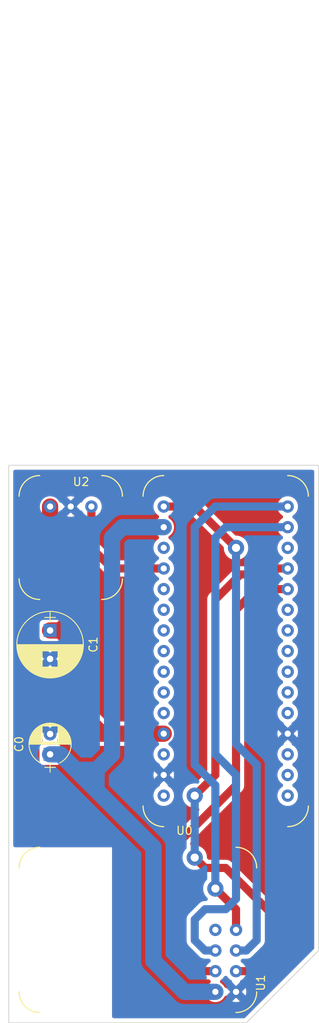
<source format=kicad_pcb>
(kicad_pcb (version 20171130) (host pcbnew "(5.1.8)-1")

  (general
    (thickness 1.6)
    (drawings 5)
    (tracks 77)
    (zones 0)
    (modules 5)
    (nets 31)
  )

  (page A4)
  (layers
    (0 F.Cu signal)
    (31 B.Cu signal)
    (32 B.Adhes user)
    (33 F.Adhes user)
    (34 B.Paste user)
    (35 F.Paste user)
    (36 B.SilkS user)
    (37 F.SilkS user)
    (38 B.Mask user)
    (39 F.Mask user)
    (40 Dwgs.User user)
    (41 Cmts.User user)
    (42 Eco1.User user)
    (43 Eco2.User user)
    (44 Edge.Cuts user)
    (45 Margin user)
    (46 B.CrtYd user)
    (47 F.CrtYd user)
    (48 B.Fab user)
    (49 F.Fab user)
  )

  (setup
    (last_trace_width 1)
    (trace_clearance 0.5)
    (zone_clearance 0.508)
    (zone_45_only no)
    (trace_min 0.2)
    (via_size 2)
    (via_drill 1)
    (via_min_size 0.4)
    (via_min_drill 0.3)
    (uvia_size 1)
    (uvia_drill 0.5)
    (uvias_allowed no)
    (uvia_min_size 0.2)
    (uvia_min_drill 0.1)
    (edge_width 0.05)
    (segment_width 0.2)
    (pcb_text_width 0.3)
    (pcb_text_size 1.5 1.5)
    (mod_edge_width 0.12)
    (mod_text_size 1 1)
    (mod_text_width 0.15)
    (pad_size 1.524 1.524)
    (pad_drill 0.762)
    (pad_to_mask_clearance 0)
    (aux_axis_origin 97.79 163.83)
    (grid_origin 97.79 163.83)
    (visible_elements 7FFFFFFF)
    (pcbplotparams
      (layerselection 0x010fc_ffffffff)
      (usegerberextensions false)
      (usegerberattributes true)
      (usegerberadvancedattributes true)
      (creategerberjobfile true)
      (excludeedgelayer true)
      (linewidth 0.100000)
      (plotframeref false)
      (viasonmask false)
      (mode 1)
      (useauxorigin false)
      (hpglpennumber 1)
      (hpglpenspeed 20)
      (hpglpendiameter 15.000000)
      (psnegative false)
      (psa4output false)
      (plotreference true)
      (plotvalue true)
      (plotinvisibletext false)
      (padsonsilk false)
      (subtractmaskfromsilk false)
      (outputformat 1)
      (mirror false)
      (drillshape 0)
      (scaleselection 1)
      (outputdirectory "gerber/"))
  )

  (net 0 "")
  (net 1 /3V3)
  (net 2 /GND)
  (net 3 /5V0)
  (net 4 "Net-(U0-Pad30)")
  (net 5 "Net-(U0-Pad29)")
  (net 6 /SCK)
  (net 7 "Net-(U0-Pad3)")
  (net 8 "Net-(U0-Pad5)")
  (net 9 "Net-(U0-Pad6)")
  (net 10 "Net-(U0-Pad7)")
  (net 11 "Net-(U0-Pad8)")
  (net 12 "Net-(U0-Pad9)")
  (net 13 "Net-(U0-Pad10)")
  (net 14 "Net-(U0-Pad11)")
  (net 15 "Net-(U0-Pad13)")
  (net 16 "Net-(U0-Pad15)")
  (net 17 /MISO)
  (net 18 /MOSI)
  (net 19 "Net-(U0-Pad18)")
  (net 20 /CE)
  (net 21 /CSN)
  (net 22 "Net-(U0-Pad21)")
  (net 23 "Net-(U0-Pad22)")
  (net 24 "Net-(U0-Pad23)")
  (net 25 "Net-(U0-Pad24)")
  (net 26 "Net-(U0-Pad26)")
  (net 27 "Net-(U0-Pad28)")
  (net 28 "Net-(U1-Pad8)")
  (net 29 /MIC_OUT)
  (net 30 "Net-(U0-Pad25)")

  (net_class Default "This is the default net class."
    (clearance 0.5)
    (trace_width 1)
    (via_dia 2)
    (via_drill 1)
    (uvia_dia 1)
    (uvia_drill 0.5)
    (diff_pair_width 1)
    (diff_pair_gap 0.5)
    (add_net /CE)
    (add_net /CSN)
    (add_net /MIC_OUT)
    (add_net /MISO)
    (add_net /MOSI)
    (add_net /SCK)
    (add_net "Net-(U0-Pad10)")
    (add_net "Net-(U0-Pad11)")
    (add_net "Net-(U0-Pad13)")
    (add_net "Net-(U0-Pad15)")
    (add_net "Net-(U0-Pad18)")
    (add_net "Net-(U0-Pad21)")
    (add_net "Net-(U0-Pad22)")
    (add_net "Net-(U0-Pad23)")
    (add_net "Net-(U0-Pad24)")
    (add_net "Net-(U0-Pad25)")
    (add_net "Net-(U0-Pad26)")
    (add_net "Net-(U0-Pad28)")
    (add_net "Net-(U0-Pad29)")
    (add_net "Net-(U0-Pad3)")
    (add_net "Net-(U0-Pad30)")
    (add_net "Net-(U0-Pad5)")
    (add_net "Net-(U0-Pad6)")
    (add_net "Net-(U0-Pad7)")
    (add_net "Net-(U0-Pad8)")
    (add_net "Net-(U0-Pad9)")
    (add_net "Net-(U1-Pad8)")
  )

  (net_class Power ""
    (clearance 0.5)
    (trace_width 2)
    (via_dia 2)
    (via_drill 1)
    (uvia_dia 1)
    (uvia_drill 0.5)
    (diff_pair_width 1)
    (diff_pair_gap 0.5)
    (add_net /3V3)
    (add_net /5V0)
    (add_net /GND)
  )

  (module custom_arduino:arduino_nano (layer F.Cu) (tedit 5FB4992C) (tstamp 5FB4CC05)
    (at 116.84 134.62)
    (path /5FB53E9D)
    (fp_text reference U0 (at 2.54 5.58) (layer F.SilkS)
      (effects (font (size 1 1) (thickness 0.15)))
    )
    (fp_text value arduino_nano (at 7.62 -4.31) (layer F.Fab)
      (effects (font (size 1 1) (thickness 0.15)))
    )
    (fp_line (start 2.54 -38.1) (end 2.54 -96.52) (layer F.Fab) (width 0.15))
    (fp_line (start 12.7 -38.1) (end 12.7 -96.52) (layer F.Fab) (width 0.15))
    (fp_text user "usb runway" (at 7.62 -55.88) (layer F.Fab)
      (effects (font (size 1.27 1.27) (thickness 0.15)))
    )
    (fp_arc (start 0 2.54) (end 0 5.08) (angle 90) (layer F.SilkS) (width 0.15))
    (fp_arc (start 15.24 2.54) (end 17.78 2.54) (angle 90) (layer F.SilkS) (width 0.15))
    (fp_arc (start 15.24 -35.56) (end 15.24 -38.1) (angle 90) (layer F.SilkS) (width 0.15))
    (fp_arc (start 0 -35.56) (end -2.54 -35.56) (angle 90) (layer F.SilkS) (width 0.15))
    (pad 30 thru_hole circle (at 15.24 1.27) (size 1.524 1.524) (drill 0.762) (layers *.Cu *.Mask)
      (net 4 "Net-(U0-Pad30)"))
    (pad 29 thru_hole circle (at 15.24 -1.27) (size 1.524 1.524) (drill 0.762) (layers *.Cu *.Mask)
      (net 5 "Net-(U0-Pad29)"))
    (pad 1 thru_hole circle (at 0 -34.29) (size 1.524 1.524) (drill 0.762) (layers *.Cu *.Mask)
      (net 6 /SCK))
    (pad 2 thru_hole circle (at 0 -31.75) (size 1.524 1.524) (drill 0.762) (layers *.Cu *.Mask)
      (net 1 /3V3))
    (pad 3 thru_hole circle (at 0 -29.21) (size 1.524 1.524) (drill 0.762) (layers *.Cu *.Mask)
      (net 7 "Net-(U0-Pad3)"))
    (pad 4 thru_hole circle (at 0 -26.67) (size 1.524 1.524) (drill 0.762) (layers *.Cu *.Mask)
      (net 29 /MIC_OUT))
    (pad 5 thru_hole circle (at 0 -24.13) (size 1.524 1.524) (drill 0.762) (layers *.Cu *.Mask)
      (net 8 "Net-(U0-Pad5)"))
    (pad 6 thru_hole circle (at 0 -21.59) (size 1.524 1.524) (drill 0.762) (layers *.Cu *.Mask)
      (net 9 "Net-(U0-Pad6)"))
    (pad 7 thru_hole circle (at 0 -19.05) (size 1.524 1.524) (drill 0.762) (layers *.Cu *.Mask)
      (net 10 "Net-(U0-Pad7)"))
    (pad 8 thru_hole circle (at 0 -16.51) (size 1.524 1.524) (drill 0.762) (layers *.Cu *.Mask)
      (net 11 "Net-(U0-Pad8)"))
    (pad 9 thru_hole circle (at 0 -13.97) (size 1.524 1.524) (drill 0.762) (layers *.Cu *.Mask)
      (net 12 "Net-(U0-Pad9)"))
    (pad 10 thru_hole circle (at 0 -11.43) (size 1.524 1.524) (drill 0.762) (layers *.Cu *.Mask)
      (net 13 "Net-(U0-Pad10)"))
    (pad 11 thru_hole circle (at 0 -8.89) (size 1.524 1.524) (drill 0.762) (layers *.Cu *.Mask)
      (net 14 "Net-(U0-Pad11)"))
    (pad 12 thru_hole circle (at 0 -6.35) (size 1.524 1.524) (drill 0.762) (layers *.Cu *.Mask)
      (net 3 /5V0))
    (pad 13 thru_hole circle (at 0 -3.81) (size 1.524 1.524) (drill 0.762) (layers *.Cu *.Mask)
      (net 15 "Net-(U0-Pad13)"))
    (pad 14 thru_hole circle (at 0 -1.27) (size 1.524 1.524) (drill 0.762) (layers *.Cu *.Mask)
      (net 2 /GND))
    (pad 15 thru_hole circle (at 0 1.27) (size 1.524 1.524) (drill 0.762) (layers *.Cu *.Mask)
      (net 16 "Net-(U0-Pad15)"))
    (pad 16 thru_hole circle (at 15.24 -34.29) (size 1.524 1.524) (drill 0.762) (layers *.Cu *.Mask)
      (net 17 /MISO))
    (pad 17 thru_hole circle (at 15.24 -31.75) (size 1.524 1.524) (drill 0.762) (layers *.Cu *.Mask)
      (net 18 /MOSI))
    (pad 18 thru_hole circle (at 15.24 -29.21) (size 1.524 1.524) (drill 0.762) (layers *.Cu *.Mask)
      (net 19 "Net-(U0-Pad18)"))
    (pad 19 thru_hole circle (at 15.24 -26.67) (size 1.524 1.524) (drill 0.762) (layers *.Cu *.Mask)
      (net 20 /CE))
    (pad 20 thru_hole circle (at 15.24 -24.13) (size 1.524 1.524) (drill 0.762) (layers *.Cu *.Mask)
      (net 21 /CSN))
    (pad 21 thru_hole circle (at 15.24 -21.59) (size 1.524 1.524) (drill 0.762) (layers *.Cu *.Mask)
      (net 22 "Net-(U0-Pad21)"))
    (pad 22 thru_hole circle (at 15.24 -19.05) (size 1.524 1.524) (drill 0.762) (layers *.Cu *.Mask)
      (net 23 "Net-(U0-Pad22)"))
    (pad 23 thru_hole circle (at 15.24 -16.51) (size 1.524 1.524) (drill 0.762) (layers *.Cu *.Mask)
      (net 24 "Net-(U0-Pad23)"))
    (pad 24 thru_hole circle (at 15.24 -13.97) (size 1.524 1.524) (drill 0.762) (layers *.Cu *.Mask)
      (net 25 "Net-(U0-Pad24)"))
    (pad 25 thru_hole circle (at 15.24 -11.43) (size 1.524 1.524) (drill 0.762) (layers *.Cu *.Mask)
      (net 30 "Net-(U0-Pad25)"))
    (pad 26 thru_hole circle (at 15.24 -8.89) (size 1.524 1.524) (drill 0.762) (layers *.Cu *.Mask)
      (net 26 "Net-(U0-Pad26)"))
    (pad 27 thru_hole circle (at 15.24 -6.35) (size 1.524 1.524) (drill 0.762) (layers *.Cu *.Mask)
      (net 2 /GND))
    (pad 28 thru_hole circle (at 15.24 -3.81) (size 1.524 1.524) (drill 0.762) (layers *.Cu *.Mask)
      (net 27 "Net-(U0-Pad28)"))
  )

  (module custom_arduino:mic_electret (layer F.Cu) (tedit 5FB49913) (tstamp 5FB4C053)
    (at 107.95 100.33 180)
    (path /5FB4F1AE)
    (fp_text reference U2 (at 1.27 3.04) (layer F.SilkS)
      (effects (font (size 1 1) (thickness 0.15)))
    )
    (fp_text value mic_electret (at 2.54 -3.04) (layer F.Fab)
      (effects (font (size 1 1) (thickness 0.15)))
    )
    (fp_text user "mic overhang" (at 2.54 5.08) (layer F.Fab)
      (effects (font (size 1 1) (thickness 0.15)))
    )
    (fp_arc (start 6.35 3.81) (end 8.89 3.81) (angle 90) (layer F.Fab) (width 0.15))
    (fp_arc (start -1.27 3.81) (end -1.27 6.35) (angle 90) (layer F.Fab) (width 0.15))
    (fp_arc (start -1.27 -8.89) (end -3.81 -8.89) (angle 90) (layer F.SilkS) (width 0.15))
    (fp_arc (start 6.35 -8.89) (end 6.35 -11.43) (angle 90) (layer F.SilkS) (width 0.15))
    (fp_arc (start 6.35 1.27) (end 8.89 1.27) (angle 90) (layer F.SilkS) (width 0.15))
    (fp_arc (start -1.27 1.27) (end -1.27 3.81) (angle 90) (layer F.SilkS) (width 0.15))
    (pad 1 thru_hole circle (at 0 0 180) (size 1.524 1.524) (drill 0.762) (layers *.Cu *.Mask)
      (net 29 /MIC_OUT))
    (pad 2 thru_hole circle (at 2.54 0 180) (size 1.524 1.524) (drill 0.762) (layers *.Cu *.Mask)
      (net 2 /GND))
    (pad 3 thru_hole circle (at 5.08 0 180) (size 1.524 1.524) (drill 0.762) (layers *.Cu *.Mask)
      (net 3 /5V0))
  )

  (module custom_arduino:rf24 (layer F.Cu) (tedit 5FB494FD) (tstamp 5FB4D18A)
    (at 125.73 160.02 90)
    (path /5FB58C4D)
    (fp_text reference U1 (at 0 3.04 90) (layer F.SilkS)
      (effects (font (size 1 1) (thickness 0.15)) (justify left))
    )
    (fp_text value rf24 (at 7.62 -5.58 90) (layer F.Fab)
      (effects (font (size 1 1) (thickness 0.15)))
    )
    (fp_arc (start 0 -24.13) (end -2.54 -24.13) (angle 90) (layer F.SilkS) (width 0.15))
    (fp_arc (start 15.24 -24.13) (end 15.24 -26.67) (angle 90) (layer F.SilkS) (width 0.15))
    (fp_arc (start 15.24 0) (end 17.78 0) (angle 90) (layer F.SilkS) (width 0.15))
    (fp_arc (start 0 0) (end 0 2.54) (angle 90) (layer F.SilkS) (width 0.15))
    (pad 1 thru_hole circle (at 0 0 90) (size 1.524 1.524) (drill 0.762) (layers *.Cu *.Mask)
      (net 2 /GND))
    (pad 2 thru_hole circle (at 2.54 0 90) (size 1.524 1.524) (drill 0.762) (layers *.Cu *.Mask)
      (net 20 /CE))
    (pad 3 thru_hole circle (at 5.08 0 90) (size 1.524 1.524) (drill 0.762) (layers *.Cu *.Mask)
      (net 6 /SCK))
    (pad 4 thru_hole circle (at 7.62 0 90) (size 1.524 1.524) (drill 0.762) (layers *.Cu *.Mask)
      (net 17 /MISO))
    (pad 8 thru_hole circle (at 7.62 -2.54 90) (size 1.524 1.524) (drill 0.762) (layers *.Cu *.Mask)
      (net 28 "Net-(U1-Pad8)"))
    (pad 7 thru_hole circle (at 5.08 -2.54 90) (size 1.524 1.524) (drill 0.762) (layers *.Cu *.Mask)
      (net 18 /MOSI))
    (pad 6 thru_hole circle (at 2.54 -2.54 90) (size 1.524 1.524) (drill 0.762) (layers *.Cu *.Mask)
      (net 21 /CSN))
    (pad 5 thru_hole circle (at 0 -2.54 90) (size 1.524 1.524) (drill 0.762) (layers *.Cu *.Mask)
      (net 1 /3V3))
  )

  (module Capacitors_THT:CP_Radial_D8.0mm_P3.50mm (layer F.Cu) (tedit 597BC7C2) (tstamp 5FB4CBDC)
    (at 102.87 115.57 270)
    (descr "CP, Radial series, Radial, pin pitch=3.50mm, , diameter=8mm, Electrolytic Capacitor")
    (tags "CP Radial series Radial pin pitch 3.50mm  diameter 8mm Electrolytic Capacitor")
    (path /5FB6C448)
    (fp_text reference C1 (at 1.75 -5.31 90) (layer F.SilkS)
      (effects (font (size 1 1) (thickness 0.15)))
    )
    (fp_text value 1000u (at 1.75 5.31 90) (layer F.Fab)
      (effects (font (size 1 1) (thickness 0.15)))
    )
    (fp_circle (center 1.75 0) (end 5.75 0) (layer F.Fab) (width 0.1))
    (fp_circle (center 1.75 0) (end 5.84 0) (layer F.SilkS) (width 0.12))
    (fp_line (start -2.2 0) (end -1 0) (layer F.Fab) (width 0.1))
    (fp_line (start -1.6 -0.65) (end -1.6 0.65) (layer F.Fab) (width 0.1))
    (fp_line (start 1.75 -4.05) (end 1.75 4.05) (layer F.SilkS) (width 0.12))
    (fp_line (start 1.79 -4.05) (end 1.79 4.05) (layer F.SilkS) (width 0.12))
    (fp_line (start 1.83 -4.05) (end 1.83 4.05) (layer F.SilkS) (width 0.12))
    (fp_line (start 1.87 -4.049) (end 1.87 4.049) (layer F.SilkS) (width 0.12))
    (fp_line (start 1.91 -4.047) (end 1.91 4.047) (layer F.SilkS) (width 0.12))
    (fp_line (start 1.95 -4.046) (end 1.95 4.046) (layer F.SilkS) (width 0.12))
    (fp_line (start 1.99 -4.043) (end 1.99 4.043) (layer F.SilkS) (width 0.12))
    (fp_line (start 2.03 -4.041) (end 2.03 4.041) (layer F.SilkS) (width 0.12))
    (fp_line (start 2.07 -4.038) (end 2.07 4.038) (layer F.SilkS) (width 0.12))
    (fp_line (start 2.11 -4.035) (end 2.11 4.035) (layer F.SilkS) (width 0.12))
    (fp_line (start 2.15 -4.031) (end 2.15 4.031) (layer F.SilkS) (width 0.12))
    (fp_line (start 2.19 -4.027) (end 2.19 4.027) (layer F.SilkS) (width 0.12))
    (fp_line (start 2.23 -4.022) (end 2.23 4.022) (layer F.SilkS) (width 0.12))
    (fp_line (start 2.27 -4.017) (end 2.27 4.017) (layer F.SilkS) (width 0.12))
    (fp_line (start 2.31 -4.012) (end 2.31 4.012) (layer F.SilkS) (width 0.12))
    (fp_line (start 2.35 -4.006) (end 2.35 4.006) (layer F.SilkS) (width 0.12))
    (fp_line (start 2.39 -4) (end 2.39 4) (layer F.SilkS) (width 0.12))
    (fp_line (start 2.43 -3.994) (end 2.43 3.994) (layer F.SilkS) (width 0.12))
    (fp_line (start 2.471 -3.987) (end 2.471 3.987) (layer F.SilkS) (width 0.12))
    (fp_line (start 2.511 -3.979) (end 2.511 3.979) (layer F.SilkS) (width 0.12))
    (fp_line (start 2.551 -3.971) (end 2.551 -0.98) (layer F.SilkS) (width 0.12))
    (fp_line (start 2.551 0.98) (end 2.551 3.971) (layer F.SilkS) (width 0.12))
    (fp_line (start 2.591 -3.963) (end 2.591 -0.98) (layer F.SilkS) (width 0.12))
    (fp_line (start 2.591 0.98) (end 2.591 3.963) (layer F.SilkS) (width 0.12))
    (fp_line (start 2.631 -3.955) (end 2.631 -0.98) (layer F.SilkS) (width 0.12))
    (fp_line (start 2.631 0.98) (end 2.631 3.955) (layer F.SilkS) (width 0.12))
    (fp_line (start 2.671 -3.946) (end 2.671 -0.98) (layer F.SilkS) (width 0.12))
    (fp_line (start 2.671 0.98) (end 2.671 3.946) (layer F.SilkS) (width 0.12))
    (fp_line (start 2.711 -3.936) (end 2.711 -0.98) (layer F.SilkS) (width 0.12))
    (fp_line (start 2.711 0.98) (end 2.711 3.936) (layer F.SilkS) (width 0.12))
    (fp_line (start 2.751 -3.926) (end 2.751 -0.98) (layer F.SilkS) (width 0.12))
    (fp_line (start 2.751 0.98) (end 2.751 3.926) (layer F.SilkS) (width 0.12))
    (fp_line (start 2.791 -3.916) (end 2.791 -0.98) (layer F.SilkS) (width 0.12))
    (fp_line (start 2.791 0.98) (end 2.791 3.916) (layer F.SilkS) (width 0.12))
    (fp_line (start 2.831 -3.905) (end 2.831 -0.98) (layer F.SilkS) (width 0.12))
    (fp_line (start 2.831 0.98) (end 2.831 3.905) (layer F.SilkS) (width 0.12))
    (fp_line (start 2.871 -3.894) (end 2.871 -0.98) (layer F.SilkS) (width 0.12))
    (fp_line (start 2.871 0.98) (end 2.871 3.894) (layer F.SilkS) (width 0.12))
    (fp_line (start 2.911 -3.883) (end 2.911 -0.98) (layer F.SilkS) (width 0.12))
    (fp_line (start 2.911 0.98) (end 2.911 3.883) (layer F.SilkS) (width 0.12))
    (fp_line (start 2.951 -3.87) (end 2.951 -0.98) (layer F.SilkS) (width 0.12))
    (fp_line (start 2.951 0.98) (end 2.951 3.87) (layer F.SilkS) (width 0.12))
    (fp_line (start 2.991 -3.858) (end 2.991 -0.98) (layer F.SilkS) (width 0.12))
    (fp_line (start 2.991 0.98) (end 2.991 3.858) (layer F.SilkS) (width 0.12))
    (fp_line (start 3.031 -3.845) (end 3.031 -0.98) (layer F.SilkS) (width 0.12))
    (fp_line (start 3.031 0.98) (end 3.031 3.845) (layer F.SilkS) (width 0.12))
    (fp_line (start 3.071 -3.832) (end 3.071 -0.98) (layer F.SilkS) (width 0.12))
    (fp_line (start 3.071 0.98) (end 3.071 3.832) (layer F.SilkS) (width 0.12))
    (fp_line (start 3.111 -3.818) (end 3.111 -0.98) (layer F.SilkS) (width 0.12))
    (fp_line (start 3.111 0.98) (end 3.111 3.818) (layer F.SilkS) (width 0.12))
    (fp_line (start 3.151 -3.803) (end 3.151 -0.98) (layer F.SilkS) (width 0.12))
    (fp_line (start 3.151 0.98) (end 3.151 3.803) (layer F.SilkS) (width 0.12))
    (fp_line (start 3.191 -3.789) (end 3.191 -0.98) (layer F.SilkS) (width 0.12))
    (fp_line (start 3.191 0.98) (end 3.191 3.789) (layer F.SilkS) (width 0.12))
    (fp_line (start 3.231 -3.773) (end 3.231 -0.98) (layer F.SilkS) (width 0.12))
    (fp_line (start 3.231 0.98) (end 3.231 3.773) (layer F.SilkS) (width 0.12))
    (fp_line (start 3.271 -3.758) (end 3.271 -0.98) (layer F.SilkS) (width 0.12))
    (fp_line (start 3.271 0.98) (end 3.271 3.758) (layer F.SilkS) (width 0.12))
    (fp_line (start 3.311 -3.741) (end 3.311 -0.98) (layer F.SilkS) (width 0.12))
    (fp_line (start 3.311 0.98) (end 3.311 3.741) (layer F.SilkS) (width 0.12))
    (fp_line (start 3.351 -3.725) (end 3.351 -0.98) (layer F.SilkS) (width 0.12))
    (fp_line (start 3.351 0.98) (end 3.351 3.725) (layer F.SilkS) (width 0.12))
    (fp_line (start 3.391 -3.707) (end 3.391 -0.98) (layer F.SilkS) (width 0.12))
    (fp_line (start 3.391 0.98) (end 3.391 3.707) (layer F.SilkS) (width 0.12))
    (fp_line (start 3.431 -3.69) (end 3.431 -0.98) (layer F.SilkS) (width 0.12))
    (fp_line (start 3.431 0.98) (end 3.431 3.69) (layer F.SilkS) (width 0.12))
    (fp_line (start 3.471 -3.671) (end 3.471 -0.98) (layer F.SilkS) (width 0.12))
    (fp_line (start 3.471 0.98) (end 3.471 3.671) (layer F.SilkS) (width 0.12))
    (fp_line (start 3.511 -3.652) (end 3.511 -0.98) (layer F.SilkS) (width 0.12))
    (fp_line (start 3.511 0.98) (end 3.511 3.652) (layer F.SilkS) (width 0.12))
    (fp_line (start 3.551 -3.633) (end 3.551 -0.98) (layer F.SilkS) (width 0.12))
    (fp_line (start 3.551 0.98) (end 3.551 3.633) (layer F.SilkS) (width 0.12))
    (fp_line (start 3.591 -3.613) (end 3.591 -0.98) (layer F.SilkS) (width 0.12))
    (fp_line (start 3.591 0.98) (end 3.591 3.613) (layer F.SilkS) (width 0.12))
    (fp_line (start 3.631 -3.593) (end 3.631 -0.98) (layer F.SilkS) (width 0.12))
    (fp_line (start 3.631 0.98) (end 3.631 3.593) (layer F.SilkS) (width 0.12))
    (fp_line (start 3.671 -3.572) (end 3.671 -0.98) (layer F.SilkS) (width 0.12))
    (fp_line (start 3.671 0.98) (end 3.671 3.572) (layer F.SilkS) (width 0.12))
    (fp_line (start 3.711 -3.55) (end 3.711 -0.98) (layer F.SilkS) (width 0.12))
    (fp_line (start 3.711 0.98) (end 3.711 3.55) (layer F.SilkS) (width 0.12))
    (fp_line (start 3.751 -3.528) (end 3.751 -0.98) (layer F.SilkS) (width 0.12))
    (fp_line (start 3.751 0.98) (end 3.751 3.528) (layer F.SilkS) (width 0.12))
    (fp_line (start 3.791 -3.505) (end 3.791 -0.98) (layer F.SilkS) (width 0.12))
    (fp_line (start 3.791 0.98) (end 3.791 3.505) (layer F.SilkS) (width 0.12))
    (fp_line (start 3.831 -3.482) (end 3.831 -0.98) (layer F.SilkS) (width 0.12))
    (fp_line (start 3.831 0.98) (end 3.831 3.482) (layer F.SilkS) (width 0.12))
    (fp_line (start 3.871 -3.458) (end 3.871 -0.98) (layer F.SilkS) (width 0.12))
    (fp_line (start 3.871 0.98) (end 3.871 3.458) (layer F.SilkS) (width 0.12))
    (fp_line (start 3.911 -3.434) (end 3.911 -0.98) (layer F.SilkS) (width 0.12))
    (fp_line (start 3.911 0.98) (end 3.911 3.434) (layer F.SilkS) (width 0.12))
    (fp_line (start 3.951 -3.408) (end 3.951 -0.98) (layer F.SilkS) (width 0.12))
    (fp_line (start 3.951 0.98) (end 3.951 3.408) (layer F.SilkS) (width 0.12))
    (fp_line (start 3.991 -3.383) (end 3.991 -0.98) (layer F.SilkS) (width 0.12))
    (fp_line (start 3.991 0.98) (end 3.991 3.383) (layer F.SilkS) (width 0.12))
    (fp_line (start 4.031 -3.356) (end 4.031 -0.98) (layer F.SilkS) (width 0.12))
    (fp_line (start 4.031 0.98) (end 4.031 3.356) (layer F.SilkS) (width 0.12))
    (fp_line (start 4.071 -3.329) (end 4.071 -0.98) (layer F.SilkS) (width 0.12))
    (fp_line (start 4.071 0.98) (end 4.071 3.329) (layer F.SilkS) (width 0.12))
    (fp_line (start 4.111 -3.301) (end 4.111 -0.98) (layer F.SilkS) (width 0.12))
    (fp_line (start 4.111 0.98) (end 4.111 3.301) (layer F.SilkS) (width 0.12))
    (fp_line (start 4.151 -3.272) (end 4.151 -0.98) (layer F.SilkS) (width 0.12))
    (fp_line (start 4.151 0.98) (end 4.151 3.272) (layer F.SilkS) (width 0.12))
    (fp_line (start 4.191 -3.243) (end 4.191 -0.98) (layer F.SilkS) (width 0.12))
    (fp_line (start 4.191 0.98) (end 4.191 3.243) (layer F.SilkS) (width 0.12))
    (fp_line (start 4.231 -3.213) (end 4.231 -0.98) (layer F.SilkS) (width 0.12))
    (fp_line (start 4.231 0.98) (end 4.231 3.213) (layer F.SilkS) (width 0.12))
    (fp_line (start 4.271 -3.182) (end 4.271 -0.98) (layer F.SilkS) (width 0.12))
    (fp_line (start 4.271 0.98) (end 4.271 3.182) (layer F.SilkS) (width 0.12))
    (fp_line (start 4.311 -3.15) (end 4.311 -0.98) (layer F.SilkS) (width 0.12))
    (fp_line (start 4.311 0.98) (end 4.311 3.15) (layer F.SilkS) (width 0.12))
    (fp_line (start 4.351 -3.118) (end 4.351 -0.98) (layer F.SilkS) (width 0.12))
    (fp_line (start 4.351 0.98) (end 4.351 3.118) (layer F.SilkS) (width 0.12))
    (fp_line (start 4.391 -3.084) (end 4.391 -0.98) (layer F.SilkS) (width 0.12))
    (fp_line (start 4.391 0.98) (end 4.391 3.084) (layer F.SilkS) (width 0.12))
    (fp_line (start 4.431 -3.05) (end 4.431 -0.98) (layer F.SilkS) (width 0.12))
    (fp_line (start 4.431 0.98) (end 4.431 3.05) (layer F.SilkS) (width 0.12))
    (fp_line (start 4.471 -3.015) (end 4.471 -0.98) (layer F.SilkS) (width 0.12))
    (fp_line (start 4.471 0.98) (end 4.471 3.015) (layer F.SilkS) (width 0.12))
    (fp_line (start 4.511 -2.979) (end 4.511 2.979) (layer F.SilkS) (width 0.12))
    (fp_line (start 4.551 -2.942) (end 4.551 2.942) (layer F.SilkS) (width 0.12))
    (fp_line (start 4.591 -2.904) (end 4.591 2.904) (layer F.SilkS) (width 0.12))
    (fp_line (start 4.631 -2.865) (end 4.631 2.865) (layer F.SilkS) (width 0.12))
    (fp_line (start 4.671 -2.824) (end 4.671 2.824) (layer F.SilkS) (width 0.12))
    (fp_line (start 4.711 -2.783) (end 4.711 2.783) (layer F.SilkS) (width 0.12))
    (fp_line (start 4.751 -2.74) (end 4.751 2.74) (layer F.SilkS) (width 0.12))
    (fp_line (start 4.791 -2.697) (end 4.791 2.697) (layer F.SilkS) (width 0.12))
    (fp_line (start 4.831 -2.652) (end 4.831 2.652) (layer F.SilkS) (width 0.12))
    (fp_line (start 4.871 -2.605) (end 4.871 2.605) (layer F.SilkS) (width 0.12))
    (fp_line (start 4.911 -2.557) (end 4.911 2.557) (layer F.SilkS) (width 0.12))
    (fp_line (start 4.951 -2.508) (end 4.951 2.508) (layer F.SilkS) (width 0.12))
    (fp_line (start 4.991 -2.457) (end 4.991 2.457) (layer F.SilkS) (width 0.12))
    (fp_line (start 5.031 -2.404) (end 5.031 2.404) (layer F.SilkS) (width 0.12))
    (fp_line (start 5.071 -2.349) (end 5.071 2.349) (layer F.SilkS) (width 0.12))
    (fp_line (start 5.111 -2.293) (end 5.111 2.293) (layer F.SilkS) (width 0.12))
    (fp_line (start 5.151 -2.234) (end 5.151 2.234) (layer F.SilkS) (width 0.12))
    (fp_line (start 5.191 -2.173) (end 5.191 2.173) (layer F.SilkS) (width 0.12))
    (fp_line (start 5.231 -2.109) (end 5.231 2.109) (layer F.SilkS) (width 0.12))
    (fp_line (start 5.271 -2.043) (end 5.271 2.043) (layer F.SilkS) (width 0.12))
    (fp_line (start 5.311 -1.974) (end 5.311 1.974) (layer F.SilkS) (width 0.12))
    (fp_line (start 5.351 -1.902) (end 5.351 1.902) (layer F.SilkS) (width 0.12))
    (fp_line (start 5.391 -1.826) (end 5.391 1.826) (layer F.SilkS) (width 0.12))
    (fp_line (start 5.431 -1.745) (end 5.431 1.745) (layer F.SilkS) (width 0.12))
    (fp_line (start 5.471 -1.66) (end 5.471 1.66) (layer F.SilkS) (width 0.12))
    (fp_line (start 5.511 -1.57) (end 5.511 1.57) (layer F.SilkS) (width 0.12))
    (fp_line (start 5.551 -1.473) (end 5.551 1.473) (layer F.SilkS) (width 0.12))
    (fp_line (start 5.591 -1.369) (end 5.591 1.369) (layer F.SilkS) (width 0.12))
    (fp_line (start 5.631 -1.254) (end 5.631 1.254) (layer F.SilkS) (width 0.12))
    (fp_line (start 5.671 -1.127) (end 5.671 1.127) (layer F.SilkS) (width 0.12))
    (fp_line (start 5.711 -0.983) (end 5.711 0.983) (layer F.SilkS) (width 0.12))
    (fp_line (start 5.751 -0.814) (end 5.751 0.814) (layer F.SilkS) (width 0.12))
    (fp_line (start 5.791 -0.598) (end 5.791 0.598) (layer F.SilkS) (width 0.12))
    (fp_line (start 5.831 -0.246) (end 5.831 0.246) (layer F.SilkS) (width 0.12))
    (fp_line (start -2.2 0) (end -1 0) (layer F.SilkS) (width 0.12))
    (fp_line (start -1.6 -0.65) (end -1.6 0.65) (layer F.SilkS) (width 0.12))
    (fp_line (start -2.6 -4.35) (end -2.6 4.35) (layer F.CrtYd) (width 0.05))
    (fp_line (start -2.6 4.35) (end 6.1 4.35) (layer F.CrtYd) (width 0.05))
    (fp_line (start 6.1 4.35) (end 6.1 -4.35) (layer F.CrtYd) (width 0.05))
    (fp_line (start 6.1 -4.35) (end -2.6 -4.35) (layer F.CrtYd) (width 0.05))
    (fp_text user %R (at 1.75 0 90) (layer F.Fab)
      (effects (font (size 1 1) (thickness 0.15)))
    )
    (pad 1 thru_hole rect (at 0 0 270) (size 1.6 1.6) (drill 0.8) (layers *.Cu *.Mask)
      (net 3 /5V0))
    (pad 2 thru_hole circle (at 3.5 0 270) (size 1.6 1.6) (drill 0.8) (layers *.Cu *.Mask)
      (net 2 /GND))
    (model ${KISYS3DMOD}/Capacitors_THT.3dshapes/CP_Radial_D8.0mm_P3.50mm.wrl
      (at (xyz 0 0 0))
      (scale (xyz 1 1 1))
      (rotate (xyz 0 0 0))
    )
  )

  (module Capacitors_THT:CP_Radial_D5.0mm_P2.50mm (layer F.Cu) (tedit 597BC7C2) (tstamp 5FB4CBD9)
    (at 102.87 130.81 90)
    (descr "CP, Radial series, Radial, pin pitch=2.50mm, , diameter=5mm, Electrolytic Capacitor")
    (tags "CP Radial series Radial pin pitch 2.50mm  diameter 5mm Electrolytic Capacitor")
    (path /5FB635C2)
    (fp_text reference C0 (at 1.25 -3.81 90) (layer F.SilkS)
      (effects (font (size 1 1) (thickness 0.15)))
    )
    (fp_text value 100u (at 1.25 3.81 90) (layer F.Fab)
      (effects (font (size 1 1) (thickness 0.15)))
    )
    (fp_line (start 4.1 -2.85) (end -1.6 -2.85) (layer F.CrtYd) (width 0.05))
    (fp_line (start 4.1 2.85) (end 4.1 -2.85) (layer F.CrtYd) (width 0.05))
    (fp_line (start -1.6 2.85) (end 4.1 2.85) (layer F.CrtYd) (width 0.05))
    (fp_line (start -1.6 -2.85) (end -1.6 2.85) (layer F.CrtYd) (width 0.05))
    (fp_line (start -1.6 -0.65) (end -1.6 0.65) (layer F.SilkS) (width 0.12))
    (fp_line (start -2.2 0) (end -1 0) (layer F.SilkS) (width 0.12))
    (fp_line (start 3.811 -0.354) (end 3.811 0.354) (layer F.SilkS) (width 0.12))
    (fp_line (start 3.771 -0.559) (end 3.771 0.559) (layer F.SilkS) (width 0.12))
    (fp_line (start 3.731 -0.707) (end 3.731 0.707) (layer F.SilkS) (width 0.12))
    (fp_line (start 3.691 -0.829) (end 3.691 0.829) (layer F.SilkS) (width 0.12))
    (fp_line (start 3.651 -0.934) (end 3.651 0.934) (layer F.SilkS) (width 0.12))
    (fp_line (start 3.611 -1.028) (end 3.611 1.028) (layer F.SilkS) (width 0.12))
    (fp_line (start 3.571 -1.112) (end 3.571 1.112) (layer F.SilkS) (width 0.12))
    (fp_line (start 3.531 -1.189) (end 3.531 1.189) (layer F.SilkS) (width 0.12))
    (fp_line (start 3.491 -1.261) (end 3.491 1.261) (layer F.SilkS) (width 0.12))
    (fp_line (start 3.451 0.98) (end 3.451 1.327) (layer F.SilkS) (width 0.12))
    (fp_line (start 3.451 -1.327) (end 3.451 -0.98) (layer F.SilkS) (width 0.12))
    (fp_line (start 3.411 0.98) (end 3.411 1.39) (layer F.SilkS) (width 0.12))
    (fp_line (start 3.411 -1.39) (end 3.411 -0.98) (layer F.SilkS) (width 0.12))
    (fp_line (start 3.371 0.98) (end 3.371 1.448) (layer F.SilkS) (width 0.12))
    (fp_line (start 3.371 -1.448) (end 3.371 -0.98) (layer F.SilkS) (width 0.12))
    (fp_line (start 3.331 0.98) (end 3.331 1.504) (layer F.SilkS) (width 0.12))
    (fp_line (start 3.331 -1.504) (end 3.331 -0.98) (layer F.SilkS) (width 0.12))
    (fp_line (start 3.291 0.98) (end 3.291 1.556) (layer F.SilkS) (width 0.12))
    (fp_line (start 3.291 -1.556) (end 3.291 -0.98) (layer F.SilkS) (width 0.12))
    (fp_line (start 3.251 0.98) (end 3.251 1.606) (layer F.SilkS) (width 0.12))
    (fp_line (start 3.251 -1.606) (end 3.251 -0.98) (layer F.SilkS) (width 0.12))
    (fp_line (start 3.211 0.98) (end 3.211 1.654) (layer F.SilkS) (width 0.12))
    (fp_line (start 3.211 -1.654) (end 3.211 -0.98) (layer F.SilkS) (width 0.12))
    (fp_line (start 3.171 0.98) (end 3.171 1.699) (layer F.SilkS) (width 0.12))
    (fp_line (start 3.171 -1.699) (end 3.171 -0.98) (layer F.SilkS) (width 0.12))
    (fp_line (start 3.131 0.98) (end 3.131 1.742) (layer F.SilkS) (width 0.12))
    (fp_line (start 3.131 -1.742) (end 3.131 -0.98) (layer F.SilkS) (width 0.12))
    (fp_line (start 3.091 0.98) (end 3.091 1.783) (layer F.SilkS) (width 0.12))
    (fp_line (start 3.091 -1.783) (end 3.091 -0.98) (layer F.SilkS) (width 0.12))
    (fp_line (start 3.051 0.98) (end 3.051 1.823) (layer F.SilkS) (width 0.12))
    (fp_line (start 3.051 -1.823) (end 3.051 -0.98) (layer F.SilkS) (width 0.12))
    (fp_line (start 3.011 0.98) (end 3.011 1.861) (layer F.SilkS) (width 0.12))
    (fp_line (start 3.011 -1.861) (end 3.011 -0.98) (layer F.SilkS) (width 0.12))
    (fp_line (start 2.971 0.98) (end 2.971 1.897) (layer F.SilkS) (width 0.12))
    (fp_line (start 2.971 -1.897) (end 2.971 -0.98) (layer F.SilkS) (width 0.12))
    (fp_line (start 2.931 0.98) (end 2.931 1.932) (layer F.SilkS) (width 0.12))
    (fp_line (start 2.931 -1.932) (end 2.931 -0.98) (layer F.SilkS) (width 0.12))
    (fp_line (start 2.891 0.98) (end 2.891 1.965) (layer F.SilkS) (width 0.12))
    (fp_line (start 2.891 -1.965) (end 2.891 -0.98) (layer F.SilkS) (width 0.12))
    (fp_line (start 2.851 0.98) (end 2.851 1.997) (layer F.SilkS) (width 0.12))
    (fp_line (start 2.851 -1.997) (end 2.851 -0.98) (layer F.SilkS) (width 0.12))
    (fp_line (start 2.811 0.98) (end 2.811 2.028) (layer F.SilkS) (width 0.12))
    (fp_line (start 2.811 -2.028) (end 2.811 -0.98) (layer F.SilkS) (width 0.12))
    (fp_line (start 2.771 0.98) (end 2.771 2.058) (layer F.SilkS) (width 0.12))
    (fp_line (start 2.771 -2.058) (end 2.771 -0.98) (layer F.SilkS) (width 0.12))
    (fp_line (start 2.731 0.98) (end 2.731 2.086) (layer F.SilkS) (width 0.12))
    (fp_line (start 2.731 -2.086) (end 2.731 -0.98) (layer F.SilkS) (width 0.12))
    (fp_line (start 2.691 0.98) (end 2.691 2.113) (layer F.SilkS) (width 0.12))
    (fp_line (start 2.691 -2.113) (end 2.691 -0.98) (layer F.SilkS) (width 0.12))
    (fp_line (start 2.651 0.98) (end 2.651 2.14) (layer F.SilkS) (width 0.12))
    (fp_line (start 2.651 -2.14) (end 2.651 -0.98) (layer F.SilkS) (width 0.12))
    (fp_line (start 2.611 0.98) (end 2.611 2.165) (layer F.SilkS) (width 0.12))
    (fp_line (start 2.611 -2.165) (end 2.611 -0.98) (layer F.SilkS) (width 0.12))
    (fp_line (start 2.571 0.98) (end 2.571 2.189) (layer F.SilkS) (width 0.12))
    (fp_line (start 2.571 -2.189) (end 2.571 -0.98) (layer F.SilkS) (width 0.12))
    (fp_line (start 2.531 0.98) (end 2.531 2.212) (layer F.SilkS) (width 0.12))
    (fp_line (start 2.531 -2.212) (end 2.531 -0.98) (layer F.SilkS) (width 0.12))
    (fp_line (start 2.491 0.98) (end 2.491 2.234) (layer F.SilkS) (width 0.12))
    (fp_line (start 2.491 -2.234) (end 2.491 -0.98) (layer F.SilkS) (width 0.12))
    (fp_line (start 2.451 0.98) (end 2.451 2.256) (layer F.SilkS) (width 0.12))
    (fp_line (start 2.451 -2.256) (end 2.451 -0.98) (layer F.SilkS) (width 0.12))
    (fp_line (start 2.411 0.98) (end 2.411 2.276) (layer F.SilkS) (width 0.12))
    (fp_line (start 2.411 -2.276) (end 2.411 -0.98) (layer F.SilkS) (width 0.12))
    (fp_line (start 2.371 0.98) (end 2.371 2.296) (layer F.SilkS) (width 0.12))
    (fp_line (start 2.371 -2.296) (end 2.371 -0.98) (layer F.SilkS) (width 0.12))
    (fp_line (start 2.331 0.98) (end 2.331 2.315) (layer F.SilkS) (width 0.12))
    (fp_line (start 2.331 -2.315) (end 2.331 -0.98) (layer F.SilkS) (width 0.12))
    (fp_line (start 2.291 0.98) (end 2.291 2.333) (layer F.SilkS) (width 0.12))
    (fp_line (start 2.291 -2.333) (end 2.291 -0.98) (layer F.SilkS) (width 0.12))
    (fp_line (start 2.251 0.98) (end 2.251 2.35) (layer F.SilkS) (width 0.12))
    (fp_line (start 2.251 -2.35) (end 2.251 -0.98) (layer F.SilkS) (width 0.12))
    (fp_line (start 2.211 0.98) (end 2.211 2.366) (layer F.SilkS) (width 0.12))
    (fp_line (start 2.211 -2.366) (end 2.211 -0.98) (layer F.SilkS) (width 0.12))
    (fp_line (start 2.171 0.98) (end 2.171 2.382) (layer F.SilkS) (width 0.12))
    (fp_line (start 2.171 -2.382) (end 2.171 -0.98) (layer F.SilkS) (width 0.12))
    (fp_line (start 2.131 0.98) (end 2.131 2.396) (layer F.SilkS) (width 0.12))
    (fp_line (start 2.131 -2.396) (end 2.131 -0.98) (layer F.SilkS) (width 0.12))
    (fp_line (start 2.091 0.98) (end 2.091 2.41) (layer F.SilkS) (width 0.12))
    (fp_line (start 2.091 -2.41) (end 2.091 -0.98) (layer F.SilkS) (width 0.12))
    (fp_line (start 2.051 0.98) (end 2.051 2.424) (layer F.SilkS) (width 0.12))
    (fp_line (start 2.051 -2.424) (end 2.051 -0.98) (layer F.SilkS) (width 0.12))
    (fp_line (start 2.011 0.98) (end 2.011 2.436) (layer F.SilkS) (width 0.12))
    (fp_line (start 2.011 -2.436) (end 2.011 -0.98) (layer F.SilkS) (width 0.12))
    (fp_line (start 1.971 0.98) (end 1.971 2.448) (layer F.SilkS) (width 0.12))
    (fp_line (start 1.971 -2.448) (end 1.971 -0.98) (layer F.SilkS) (width 0.12))
    (fp_line (start 1.93 0.98) (end 1.93 2.46) (layer F.SilkS) (width 0.12))
    (fp_line (start 1.93 -2.46) (end 1.93 -0.98) (layer F.SilkS) (width 0.12))
    (fp_line (start 1.89 0.98) (end 1.89 2.47) (layer F.SilkS) (width 0.12))
    (fp_line (start 1.89 -2.47) (end 1.89 -0.98) (layer F.SilkS) (width 0.12))
    (fp_line (start 1.85 0.98) (end 1.85 2.48) (layer F.SilkS) (width 0.12))
    (fp_line (start 1.85 -2.48) (end 1.85 -0.98) (layer F.SilkS) (width 0.12))
    (fp_line (start 1.81 0.98) (end 1.81 2.489) (layer F.SilkS) (width 0.12))
    (fp_line (start 1.81 -2.489) (end 1.81 -0.98) (layer F.SilkS) (width 0.12))
    (fp_line (start 1.77 0.98) (end 1.77 2.498) (layer F.SilkS) (width 0.12))
    (fp_line (start 1.77 -2.498) (end 1.77 -0.98) (layer F.SilkS) (width 0.12))
    (fp_line (start 1.73 0.98) (end 1.73 2.506) (layer F.SilkS) (width 0.12))
    (fp_line (start 1.73 -2.506) (end 1.73 -0.98) (layer F.SilkS) (width 0.12))
    (fp_line (start 1.69 0.98) (end 1.69 2.513) (layer F.SilkS) (width 0.12))
    (fp_line (start 1.69 -2.513) (end 1.69 -0.98) (layer F.SilkS) (width 0.12))
    (fp_line (start 1.65 0.98) (end 1.65 2.519) (layer F.SilkS) (width 0.12))
    (fp_line (start 1.65 -2.519) (end 1.65 -0.98) (layer F.SilkS) (width 0.12))
    (fp_line (start 1.61 0.98) (end 1.61 2.525) (layer F.SilkS) (width 0.12))
    (fp_line (start 1.61 -2.525) (end 1.61 -0.98) (layer F.SilkS) (width 0.12))
    (fp_line (start 1.57 0.98) (end 1.57 2.531) (layer F.SilkS) (width 0.12))
    (fp_line (start 1.57 -2.531) (end 1.57 -0.98) (layer F.SilkS) (width 0.12))
    (fp_line (start 1.53 0.98) (end 1.53 2.535) (layer F.SilkS) (width 0.12))
    (fp_line (start 1.53 -2.535) (end 1.53 -0.98) (layer F.SilkS) (width 0.12))
    (fp_line (start 1.49 -2.539) (end 1.49 2.539) (layer F.SilkS) (width 0.12))
    (fp_line (start 1.45 -2.543) (end 1.45 2.543) (layer F.SilkS) (width 0.12))
    (fp_line (start 1.41 -2.546) (end 1.41 2.546) (layer F.SilkS) (width 0.12))
    (fp_line (start 1.37 -2.548) (end 1.37 2.548) (layer F.SilkS) (width 0.12))
    (fp_line (start 1.33 -2.549) (end 1.33 2.549) (layer F.SilkS) (width 0.12))
    (fp_line (start 1.29 -2.55) (end 1.29 2.55) (layer F.SilkS) (width 0.12))
    (fp_line (start 1.25 -2.55) (end 1.25 2.55) (layer F.SilkS) (width 0.12))
    (fp_line (start -1.6 -0.65) (end -1.6 0.65) (layer F.Fab) (width 0.1))
    (fp_line (start -2.2 0) (end -1 0) (layer F.Fab) (width 0.1))
    (fp_circle (center 1.25 0) (end 3.75 0) (layer F.Fab) (width 0.1))
    (fp_text user %R (at 1.25 0 90) (layer F.Fab)
      (effects (font (size 1 1) (thickness 0.15)))
    )
    (fp_arc (start 1.25 0) (end 3.55558 -1.18) (angle 54.2) (layer F.SilkS) (width 0.12))
    (fp_arc (start 1.25 0) (end -1.05558 1.18) (angle -125.8) (layer F.SilkS) (width 0.12))
    (fp_arc (start 1.25 0) (end -1.05558 -1.18) (angle 125.8) (layer F.SilkS) (width 0.12))
    (pad 2 thru_hole circle (at 2.5 0 90) (size 1.6 1.6) (drill 0.8) (layers *.Cu *.Mask)
      (net 2 /GND))
    (pad 1 thru_hole rect (at 0 0 90) (size 1.6 1.6) (drill 0.8) (layers *.Cu *.Mask)
      (net 1 /3V3))
    (model ${KISYS3DMOD}/Capacitors_THT.3dshapes/CP_Radial_D5.0mm_P2.50mm.wrl
      (at (xyz 0 0 0))
      (scale (xyz 1 1 1))
      (rotate (xyz 0 0 0))
    )
  )

  (gr_line (start 135.89 95.25) (end 135.89 154.94) (layer Edge.Cuts) (width 0.1))
  (gr_line (start 97.79 95.25) (end 135.89 95.25) (layer Edge.Cuts) (width 0.1))
  (gr_line (start 97.79 163.83) (end 97.79 95.25) (layer Edge.Cuts) (width 0.1))
  (gr_line (start 127 163.83) (end 97.79 163.83) (layer Edge.Cuts) (width 0.1))
  (gr_line (start 135.89 154.94) (end 127 163.83) (layer Edge.Cuts) (width 0.1))

  (segment (start 104.14 130.81) (end 102.87 130.81) (width 2) (layer B.Cu) (net 1))
  (segment (start 115.57 156.21) (end 115.57 142.24) (width 2) (layer B.Cu) (net 1))
  (segment (start 119.38 160.02) (end 115.57 156.21) (width 2) (layer B.Cu) (net 1))
  (segment (start 123.19 160.02) (end 119.38 160.02) (width 2) (layer B.Cu) (net 1))
  (segment (start 106.045 132.715) (end 108.585 132.715) (width 2) (layer B.Cu) (net 1))
  (segment (start 106.045 132.715) (end 104.14 130.81) (width 2) (layer B.Cu) (net 1))
  (segment (start 108.585 132.715) (end 108.585 135.255) (width 2) (layer B.Cu) (net 1))
  (segment (start 108.585 135.255) (end 106.045 132.715) (width 2) (layer B.Cu) (net 1))
  (segment (start 115.57 142.24) (end 108.585 135.255) (width 2) (layer B.Cu) (net 1))
  (segment (start 110.49 130.81) (end 108.585 132.715) (width 2) (layer B.Cu) (net 1))
  (segment (start 110.49 104.14) (end 110.49 130.81) (width 2) (layer B.Cu) (net 1))
  (segment (start 111.76 102.87) (end 110.49 104.14) (width 2) (layer B.Cu) (net 1))
  (segment (start 116.84 102.87) (end 111.76 102.87) (width 2) (layer B.Cu) (net 1))
  (segment (start 109.22 128.27) (end 116.84 128.27) (width 2) (layer F.Cu) (net 3))
  (segment (start 105.41 124.46) (end 109.22 128.27) (width 2) (layer F.Cu) (net 3))
  (segment (start 104.14 115.57) (end 105.41 114.3) (width 2) (layer F.Cu) (net 3))
  (segment (start 104.14 115.57) (end 105.41 116.84) (width 2) (layer F.Cu) (net 3))
  (segment (start 102.87 115.57) (end 104.14 115.57) (width 2) (layer F.Cu) (net 3))
  (segment (start 105.41 116.84) (end 105.41 124.46) (width 2) (layer F.Cu) (net 3))
  (segment (start 105.41 114.3) (end 105.41 116.84) (width 2) (layer F.Cu) (net 3))
  (segment (start 105.41 114.3) (end 105.41 107.95) (width 2) (layer F.Cu) (net 3))
  (segment (start 105.41 107.95) (end 102.87 105.41) (width 2) (layer F.Cu) (net 3))
  (segment (start 102.87 105.41) (end 102.87 100.33) (width 2) (layer F.Cu) (net 3))
  (via (at 125.73 105.41) (size 2) (drill 1) (layers F.Cu B.Cu) (net 6) (tstamp 5FB4C6D1))
  (segment (start 125.73 105.41) (end 120.65 100.33) (width 1) (layer F.Cu) (net 6))
  (segment (start 120.65 100.33) (end 116.84 100.33) (width 1) (layer F.Cu) (net 6))
  (segment (start 127 154.94) (end 125.73 154.94) (width 1) (layer B.Cu) (net 6))
  (segment (start 128.27 153.67) (end 127 154.94) (width 1) (layer B.Cu) (net 6))
  (segment (start 128.27 132.08) (end 128.27 153.67) (width 1) (layer B.Cu) (net 6))
  (segment (start 125.73 129.54) (end 128.27 132.08) (width 1) (layer B.Cu) (net 6))
  (segment (start 125.73 105.41) (end 125.73 129.54) (width 1) (layer B.Cu) (net 6))
  (via (at 123.19 147.32) (size 2) (drill 1) (layers F.Cu B.Cu) (net 17))
  (segment (start 123.19 147.32) (end 125.73 149.86) (width 1) (layer F.Cu) (net 17))
  (segment (start 125.73 149.86) (end 125.73 152.4) (width 1) (layer F.Cu) (net 17))
  (segment (start 123.19 134.62) (end 123.19 147.32) (width 1) (layer B.Cu) (net 17))
  (segment (start 120.65 132.08) (end 123.19 134.62) (width 1) (layer B.Cu) (net 17))
  (segment (start 120.65 102.87) (end 120.65 132.08) (width 1) (layer B.Cu) (net 17))
  (segment (start 123.19 100.33) (end 120.65 102.87) (width 1) (layer B.Cu) (net 17))
  (segment (start 132.08 100.33) (end 123.19 100.33) (width 1) (layer B.Cu) (net 17))
  (segment (start 121.92 154.94) (end 123.19 154.94) (width 1) (layer B.Cu) (net 18))
  (segment (start 120.65 153.67) (end 121.92 154.94) (width 1) (layer B.Cu) (net 18))
  (segment (start 121.92 149.86) (end 120.65 151.13) (width 1) (layer B.Cu) (net 18))
  (segment (start 125.73 148.59) (end 124.46 149.86) (width 1) (layer B.Cu) (net 18))
  (segment (start 123.19 130.81) (end 125.73 133.35) (width 1) (layer B.Cu) (net 18))
  (segment (start 120.65 151.13) (end 120.65 153.67) (width 1) (layer B.Cu) (net 18))
  (segment (start 125.73 133.35) (end 125.73 148.59) (width 1) (layer B.Cu) (net 18))
  (segment (start 123.19 104.14) (end 123.19 130.81) (width 1) (layer B.Cu) (net 18))
  (segment (start 124.46 102.87) (end 123.19 104.14) (width 1) (layer B.Cu) (net 18))
  (segment (start 124.46 149.86) (end 121.92 149.86) (width 1) (layer B.Cu) (net 18))
  (segment (start 132.08 102.87) (end 124.46 102.87) (width 1) (layer B.Cu) (net 18))
  (via (at 120.65 143.51) (size 2) (drill 1) (layers F.Cu B.Cu) (net 20))
  (segment (start 121.92 144.78) (end 120.65 143.51) (width 1) (layer F.Cu) (net 20))
  (segment (start 124.46 144.78) (end 121.92 144.78) (width 1) (layer F.Cu) (net 20))
  (segment (start 130.81 151.13) (end 124.46 144.78) (width 1) (layer F.Cu) (net 20))
  (segment (start 130.81 154.94) (end 130.81 151.13) (width 1) (layer F.Cu) (net 20))
  (segment (start 128.27 157.48) (end 130.81 154.94) (width 1) (layer F.Cu) (net 20))
  (segment (start 125.73 157.48) (end 128.27 157.48) (width 1) (layer F.Cu) (net 20))
  (segment (start 130.81 107.95) (end 132.08 107.95) (width 1) (layer F.Cu) (net 20))
  (segment (start 130.079999 108.680001) (end 130.81 107.95) (width 1) (layer F.Cu) (net 20))
  (segment (start 126.269999 108.680001) (end 130.079999 108.680001) (width 1) (layer F.Cu) (net 20))
  (segment (start 123.19 111.76) (end 126.269999 108.680001) (width 1) (layer F.Cu) (net 20))
  (segment (start 123.19 133.35) (end 123.19 111.76) (width 1) (layer F.Cu) (net 20))
  (segment (start 121.92 134.62) (end 123.19 133.35) (width 1) (layer F.Cu) (net 20))
  (segment (start 121.92 134.62) (end 120.65 135.89) (width 1) (layer F.Cu) (net 20))
  (segment (start 120.65 135.89) (end 120.65 135.89) (width 1) (layer F.Cu) (net 20) (tstamp 5FB4FF85))
  (via (at 120.65 135.89) (size 2) (drill 1) (layers F.Cu B.Cu) (net 20))
  (segment (start 120.65 135.89) (end 120.65 143.51) (width 1) (layer B.Cu) (net 20))
  (segment (start 128.27 110.49) (end 132.08 110.49) (width 1) (layer F.Cu) (net 21))
  (segment (start 125.73 113.03) (end 128.27 110.49) (width 1) (layer F.Cu) (net 21))
  (segment (start 118.11 142.24) (end 125.73 134.62) (width 1) (layer F.Cu) (net 21))
  (segment (start 118.11 154.94) (end 118.11 142.24) (width 1) (layer F.Cu) (net 21))
  (segment (start 120.65 157.48) (end 118.11 154.94) (width 1) (layer F.Cu) (net 21))
  (segment (start 125.73 134.62) (end 125.73 113.03) (width 1) (layer F.Cu) (net 21))
  (segment (start 123.19 157.48) (end 120.65 157.48) (width 1) (layer F.Cu) (net 21))
  (segment (start 107.95 100.33) (end 107.95 105.41) (width 1) (layer F.Cu) (net 29))
  (segment (start 110.49 107.95) (end 116.84 107.95) (width 1) (layer F.Cu) (net 29))
  (segment (start 107.95 105.41) (end 110.49 107.95) (width 1) (layer F.Cu) (net 29))

  (zone (net 0) (net_name "") (layer F.Cu) (tstamp 0) (hatch edge 0.508)
    (connect_pads (clearance 0.508))
    (min_thickness 0.254)
    (keepout (tracks not_allowed) (vias not_allowed) (copperpour not_allowed))
    (fill (arc_segments 32) (thermal_gap 0.508) (thermal_bridge_width 0.508))
    (polygon
      (pts
        (xy 110.49 163.83) (xy 97.79 163.83) (xy 97.79 142.24) (xy 110.49 142.24)
      )
    )
  )
  (zone (net 0) (net_name "") (layer B.Cu) (tstamp 0) (hatch edge 0.508)
    (connect_pads (clearance 0.508))
    (min_thickness 0.254)
    (keepout (tracks not_allowed) (vias not_allowed) (copperpour not_allowed))
    (fill (arc_segments 32) (thermal_gap 0.508) (thermal_bridge_width 0.508))
    (polygon
      (pts
        (xy 110.49 163.83) (xy 97.79 163.83) (xy 97.79 142.24) (xy 110.49 142.24)
      )
    )
  )
  (zone (net 2) (net_name /GND) (layer F.Cu) (tstamp 0) (hatch edge 0.508)
    (connect_pads (clearance 0.5))
    (min_thickness 0.5)
    (fill yes (arc_segments 32) (thermal_gap 0.5) (thermal_bridge_width 1))
    (polygon
      (pts
        (xy 135.89 154.94) (xy 127 163.83) (xy 97.79 163.83) (xy 97.79 95.25) (xy 135.89 95.25)
      )
    )
    (filled_polygon
      (pts
        (xy 135.090001 154.608628) (xy 126.66863 163.03) (xy 110.74 163.03) (xy 110.74 142.24) (xy 116.853953 142.24)
        (xy 116.860001 142.301408) (xy 116.86 154.878602) (xy 116.853953 154.94) (xy 116.86 155.001398) (xy 116.86 155.001404)
        (xy 116.878087 155.185042) (xy 116.949563 155.420668) (xy 117.065634 155.637822) (xy 117.22184 155.82816) (xy 117.269543 155.867309)
        (xy 119.722696 158.320463) (xy 119.76184 158.36816) (xy 119.952177 158.524366) (xy 120.169331 158.640437) (xy 120.350116 158.695277)
        (xy 120.404956 158.711913) (xy 120.430538 158.714433) (xy 120.588595 158.73) (xy 120.588601 158.73) (xy 120.649999 158.736047)
        (xy 120.711397 158.73) (xy 122.339229 158.73) (xy 122.369161 158.75) (xy 122.226156 158.845553) (xy 122.015553 159.056156)
        (xy 121.850083 159.303799) (xy 121.736105 159.578966) (xy 121.678 159.871081) (xy 121.678 160.168919) (xy 121.736105 160.461034)
        (xy 121.850083 160.736201) (xy 122.015553 160.983844) (xy 122.226156 161.194447) (xy 122.473799 161.359917) (xy 122.748966 161.473895)
        (xy 123.041081 161.532) (xy 123.338919 161.532) (xy 123.631034 161.473895) (xy 123.906201 161.359917) (xy 124.153844 161.194447)
        (xy 124.226519 161.121772) (xy 124.981781 161.121772) (xy 125.051396 161.379344) (xy 125.32963 161.485614) (xy 125.62325 161.535561)
        (xy 125.920973 161.527266) (xy 126.211357 161.461048) (xy 126.408604 161.379344) (xy 126.478219 161.121772) (xy 125.73 160.373553)
        (xy 124.981781 161.121772) (xy 124.226519 161.121772) (xy 124.364447 160.983844) (xy 124.526834 160.740815) (xy 124.628228 160.768219)
        (xy 125.376447 160.02) (xy 126.083553 160.02) (xy 126.831772 160.768219) (xy 127.089344 160.698604) (xy 127.195614 160.42037)
        (xy 127.245561 160.12675) (xy 127.237266 159.829027) (xy 127.171048 159.538643) (xy 127.089344 159.341396) (xy 126.831772 159.271781)
        (xy 126.083553 160.02) (xy 125.376447 160.02) (xy 124.628228 159.271781) (xy 124.526834 159.299185) (xy 124.364447 159.056156)
        (xy 124.153844 158.845553) (xy 124.010839 158.75) (xy 124.153844 158.654447) (xy 124.364447 158.443844) (xy 124.46 158.300839)
        (xy 124.555553 158.443844) (xy 124.766156 158.654447) (xy 125.009185 158.816834) (xy 124.981781 158.918228) (xy 125.73 159.666447)
        (xy 126.478219 158.918228) (xy 126.450815 158.816834) (xy 126.580771 158.73) (xy 128.208602 158.73) (xy 128.27 158.736047)
        (xy 128.331398 158.73) (xy 128.331405 158.73) (xy 128.515043 158.711913) (xy 128.750669 158.640437) (xy 128.967823 158.524366)
        (xy 129.15816 158.36816) (xy 129.197309 158.320457) (xy 131.650464 155.867303) (xy 131.69816 155.82816) (xy 131.854366 155.637823)
        (xy 131.970437 155.420669) (xy 132.041913 155.185043) (xy 132.06 155.001405) (xy 132.06 155.001399) (xy 132.066047 154.940001)
        (xy 132.06 154.878603) (xy 132.06 151.191397) (xy 132.066047 151.129999) (xy 132.06 151.068601) (xy 132.06 151.068595)
        (xy 132.041913 150.884957) (xy 131.970437 150.649331) (xy 131.854366 150.432177) (xy 131.69816 150.24184) (xy 131.650463 150.202696)
        (xy 125.387309 143.939543) (xy 125.34816 143.89184) (xy 125.157823 143.735634) (xy 124.940669 143.619563) (xy 124.705043 143.548087)
        (xy 124.521405 143.53) (xy 124.521398 143.53) (xy 124.46 143.523953) (xy 124.398602 143.53) (xy 122.437767 143.53)
        (xy 122.4 143.492233) (xy 122.4 143.33764) (xy 122.332749 142.999544) (xy 122.20083 142.681064) (xy 122.009314 142.39444)
        (xy 121.76556 142.150686) (xy 121.478936 141.95917) (xy 121.160456 141.827251) (xy 120.82236 141.76) (xy 120.47764 141.76)
        (xy 120.328001 141.789765) (xy 126.570464 135.547303) (xy 126.61816 135.50816) (xy 126.774366 135.317823) (xy 126.890437 135.100669)
        (xy 126.961913 134.865043) (xy 126.98 134.681405) (xy 126.98 134.681399) (xy 126.986047 134.620001) (xy 126.98 134.558603)
        (xy 126.98 130.661081) (xy 130.568 130.661081) (xy 130.568 130.958919) (xy 130.626105 131.251034) (xy 130.740083 131.526201)
        (xy 130.905553 131.773844) (xy 131.116156 131.984447) (xy 131.259161 132.08) (xy 131.116156 132.175553) (xy 130.905553 132.386156)
        (xy 130.740083 132.633799) (xy 130.626105 132.908966) (xy 130.568 133.201081) (xy 130.568 133.498919) (xy 130.626105 133.791034)
        (xy 130.740083 134.066201) (xy 130.905553 134.313844) (xy 131.116156 134.524447) (xy 131.259161 134.62) (xy 131.116156 134.715553)
        (xy 130.905553 134.926156) (xy 130.740083 135.173799) (xy 130.626105 135.448966) (xy 130.568 135.741081) (xy 130.568 136.038919)
        (xy 130.626105 136.331034) (xy 130.740083 136.606201) (xy 130.905553 136.853844) (xy 131.116156 137.064447) (xy 131.363799 137.229917)
        (xy 131.638966 137.343895) (xy 131.931081 137.402) (xy 132.228919 137.402) (xy 132.521034 137.343895) (xy 132.796201 137.229917)
        (xy 133.043844 137.064447) (xy 133.254447 136.853844) (xy 133.419917 136.606201) (xy 133.533895 136.331034) (xy 133.592 136.038919)
        (xy 133.592 135.741081) (xy 133.533895 135.448966) (xy 133.419917 135.173799) (xy 133.254447 134.926156) (xy 133.043844 134.715553)
        (xy 132.900839 134.62) (xy 133.043844 134.524447) (xy 133.254447 134.313844) (xy 133.419917 134.066201) (xy 133.533895 133.791034)
        (xy 133.592 133.498919) (xy 133.592 133.201081) (xy 133.533895 132.908966) (xy 133.419917 132.633799) (xy 133.254447 132.386156)
        (xy 133.043844 132.175553) (xy 132.900839 132.08) (xy 133.043844 131.984447) (xy 133.254447 131.773844) (xy 133.419917 131.526201)
        (xy 133.533895 131.251034) (xy 133.592 130.958919) (xy 133.592 130.661081) (xy 133.533895 130.368966) (xy 133.419917 130.093799)
        (xy 133.254447 129.846156) (xy 133.043844 129.635553) (xy 132.800815 129.473166) (xy 132.828219 129.371772) (xy 132.08 128.623553)
        (xy 131.331781 129.371772) (xy 131.359185 129.473166) (xy 131.116156 129.635553) (xy 130.905553 129.846156) (xy 130.740083 130.093799)
        (xy 130.626105 130.368966) (xy 130.568 130.661081) (xy 126.98 130.661081) (xy 126.98 128.16325) (xy 130.564439 128.16325)
        (xy 130.572734 128.460973) (xy 130.638952 128.751357) (xy 130.720656 128.948604) (xy 130.978228 129.018219) (xy 131.726447 128.27)
        (xy 132.433553 128.27) (xy 133.181772 129.018219) (xy 133.439344 128.948604) (xy 133.545614 128.67037) (xy 133.595561 128.37675)
        (xy 133.587266 128.079027) (xy 133.521048 127.788643) (xy 133.439344 127.591396) (xy 133.181772 127.521781) (xy 132.433553 128.27)
        (xy 131.726447 128.27) (xy 130.978228 127.521781) (xy 130.720656 127.591396) (xy 130.614386 127.86963) (xy 130.564439 128.16325)
        (xy 126.98 128.16325) (xy 126.98 113.547766) (xy 128.787767 111.74) (xy 131.229229 111.74) (xy 131.259161 111.76)
        (xy 131.116156 111.855553) (xy 130.905553 112.066156) (xy 130.740083 112.313799) (xy 130.626105 112.588966) (xy 130.568 112.881081)
        (xy 130.568 113.178919) (xy 130.626105 113.471034) (xy 130.740083 113.746201) (xy 130.905553 113.993844) (xy 131.116156 114.204447)
        (xy 131.259161 114.3) (xy 131.116156 114.395553) (xy 130.905553 114.606156) (xy 130.740083 114.853799) (xy 130.626105 115.128966)
        (xy 130.568 115.421081) (xy 130.568 115.718919) (xy 130.626105 116.011034) (xy 130.740083 116.286201) (xy 130.905553 116.533844)
        (xy 131.116156 116.744447) (xy 131.259161 116.84) (xy 131.116156 116.935553) (xy 130.905553 117.146156) (xy 130.740083 117.393799)
        (xy 130.626105 117.668966) (xy 130.568 117.961081) (xy 130.568 118.258919) (xy 130.626105 118.551034) (xy 130.740083 118.826201)
        (xy 130.905553 119.073844) (xy 131.116156 119.284447) (xy 131.259161 119.38) (xy 131.116156 119.475553) (xy 130.905553 119.686156)
        (xy 130.740083 119.933799) (xy 130.626105 120.208966) (xy 130.568 120.501081) (xy 130.568 120.798919) (xy 130.626105 121.091034)
        (xy 130.740083 121.366201) (xy 130.905553 121.613844) (xy 131.116156 121.824447) (xy 131.259161 121.92) (xy 131.116156 122.015553)
        (xy 130.905553 122.226156) (xy 130.740083 122.473799) (xy 130.626105 122.748966) (xy 130.568 123.041081) (xy 130.568 123.338919)
        (xy 130.626105 123.631034) (xy 130.740083 123.906201) (xy 130.905553 124.153844) (xy 131.116156 124.364447) (xy 131.259161 124.46)
        (xy 131.116156 124.555553) (xy 130.905553 124.766156) (xy 130.740083 125.013799) (xy 130.626105 125.288966) (xy 130.568 125.581081)
        (xy 130.568 125.878919) (xy 130.626105 126.171034) (xy 130.740083 126.446201) (xy 130.905553 126.693844) (xy 131.116156 126.904447)
        (xy 131.359185 127.066834) (xy 131.331781 127.168228) (xy 132.08 127.916447) (xy 132.828219 127.168228) (xy 132.800815 127.066834)
        (xy 133.043844 126.904447) (xy 133.254447 126.693844) (xy 133.419917 126.446201) (xy 133.533895 126.171034) (xy 133.592 125.878919)
        (xy 133.592 125.581081) (xy 133.533895 125.288966) (xy 133.419917 125.013799) (xy 133.254447 124.766156) (xy 133.043844 124.555553)
        (xy 132.900839 124.46) (xy 133.043844 124.364447) (xy 133.254447 124.153844) (xy 133.419917 123.906201) (xy 133.533895 123.631034)
        (xy 133.592 123.338919) (xy 133.592 123.041081) (xy 133.533895 122.748966) (xy 133.419917 122.473799) (xy 133.254447 122.226156)
        (xy 133.043844 122.015553) (xy 132.900839 121.92) (xy 133.043844 121.824447) (xy 133.254447 121.613844) (xy 133.419917 121.366201)
        (xy 133.533895 121.091034) (xy 133.592 120.798919) (xy 133.592 120.501081) (xy 133.533895 120.208966) (xy 133.419917 119.933799)
        (xy 133.254447 119.686156) (xy 133.043844 119.475553) (xy 132.900839 119.38) (xy 133.043844 119.284447) (xy 133.254447 119.073844)
        (xy 133.419917 118.826201) (xy 133.533895 118.551034) (xy 133.592 118.258919) (xy 133.592 117.961081) (xy 133.533895 117.668966)
        (xy 133.419917 117.393799) (xy 133.254447 117.146156) (xy 133.043844 116.935553) (xy 132.900839 116.84) (xy 133.043844 116.744447)
        (xy 133.254447 116.533844) (xy 133.419917 116.286201) (xy 133.533895 116.011034) (xy 133.592 115.718919) (xy 133.592 115.421081)
        (xy 133.533895 115.128966) (xy 133.419917 114.853799) (xy 133.254447 114.606156) (xy 133.043844 114.395553) (xy 132.900839 114.3)
        (xy 133.043844 114.204447) (xy 133.254447 113.993844) (xy 133.419917 113.746201) (xy 133.533895 113.471034) (xy 133.592 113.178919)
        (xy 133.592 112.881081) (xy 133.533895 112.588966) (xy 133.419917 112.313799) (xy 133.254447 112.066156) (xy 133.043844 111.855553)
        (xy 132.900839 111.76) (xy 133.043844 111.664447) (xy 133.254447 111.453844) (xy 133.419917 111.206201) (xy 133.533895 110.931034)
        (xy 133.592 110.638919) (xy 133.592 110.341081) (xy 133.533895 110.048966) (xy 133.419917 109.773799) (xy 133.254447 109.526156)
        (xy 133.043844 109.315553) (xy 132.900839 109.22) (xy 133.043844 109.124447) (xy 133.254447 108.913844) (xy 133.419917 108.666201)
        (xy 133.533895 108.391034) (xy 133.592 108.098919) (xy 133.592 107.801081) (xy 133.533895 107.508966) (xy 133.419917 107.233799)
        (xy 133.254447 106.986156) (xy 133.043844 106.775553) (xy 132.900839 106.68) (xy 133.043844 106.584447) (xy 133.254447 106.373844)
        (xy 133.419917 106.126201) (xy 133.533895 105.851034) (xy 133.592 105.558919) (xy 133.592 105.261081) (xy 133.533895 104.968966)
        (xy 133.419917 104.693799) (xy 133.254447 104.446156) (xy 133.043844 104.235553) (xy 132.900839 104.14) (xy 133.043844 104.044447)
        (xy 133.254447 103.833844) (xy 133.419917 103.586201) (xy 133.533895 103.311034) (xy 133.592 103.018919) (xy 133.592 102.721081)
        (xy 133.533895 102.428966) (xy 133.419917 102.153799) (xy 133.254447 101.906156) (xy 133.043844 101.695553) (xy 132.900839 101.6)
        (xy 133.043844 101.504447) (xy 133.254447 101.293844) (xy 133.419917 101.046201) (xy 133.533895 100.771034) (xy 133.592 100.478919)
        (xy 133.592 100.181081) (xy 133.533895 99.888966) (xy 133.419917 99.613799) (xy 133.254447 99.366156) (xy 133.043844 99.155553)
        (xy 132.796201 98.990083) (xy 132.521034 98.876105) (xy 132.228919 98.818) (xy 131.931081 98.818) (xy 131.638966 98.876105)
        (xy 131.363799 98.990083) (xy 131.116156 99.155553) (xy 130.905553 99.366156) (xy 130.740083 99.613799) (xy 130.626105 99.888966)
        (xy 130.568 100.181081) (xy 130.568 100.478919) (xy 130.626105 100.771034) (xy 130.740083 101.046201) (xy 130.905553 101.293844)
        (xy 131.116156 101.504447) (xy 131.259161 101.6) (xy 131.116156 101.695553) (xy 130.905553 101.906156) (xy 130.740083 102.153799)
        (xy 130.626105 102.428966) (xy 130.568 102.721081) (xy 130.568 103.018919) (xy 130.626105 103.311034) (xy 130.740083 103.586201)
        (xy 130.905553 103.833844) (xy 131.116156 104.044447) (xy 131.259161 104.14) (xy 131.116156 104.235553) (xy 130.905553 104.446156)
        (xy 130.740083 104.693799) (xy 130.626105 104.968966) (xy 130.568 105.261081) (xy 130.568 105.558919) (xy 130.626105 105.851034)
        (xy 130.740083 106.126201) (xy 130.905553 106.373844) (xy 131.116156 106.584447) (xy 131.259161 106.68) (xy 131.229229 106.7)
        (xy 130.871397 106.7) (xy 130.809999 106.693953) (xy 130.748601 106.7) (xy 130.748595 106.7) (xy 130.590538 106.715567)
        (xy 130.564956 106.718087) (xy 130.510116 106.734723) (xy 130.329331 106.789563) (xy 130.112177 106.905634) (xy 129.92184 107.06184)
        (xy 129.882691 107.109543) (xy 129.562233 107.430001) (xy 126.331396 107.430001) (xy 126.269998 107.423954) (xy 126.2086 107.430001)
        (xy 126.208594 107.430001) (xy 126.050537 107.445568) (xy 126.024955 107.448088) (xy 125.970115 107.464724) (xy 125.78933 107.519564)
        (xy 125.572176 107.635635) (xy 125.381839 107.791841) (xy 125.342695 107.839538) (xy 122.349538 110.832696) (xy 122.301841 110.87184)
        (xy 122.145635 111.062177) (xy 122.083593 111.178249) (xy 122.029563 111.279332) (xy 121.958087 111.514958) (xy 121.933953 111.76)
        (xy 121.940001 111.821408) (xy 121.94 132.832233) (xy 121.079541 133.692693) (xy 121.079536 133.692697) (xy 120.632233 134.14)
        (xy 120.47764 134.14) (xy 120.139544 134.207251) (xy 119.821064 134.33917) (xy 119.53444 134.530686) (xy 119.290686 134.77444)
        (xy 119.09917 135.061064) (xy 118.967251 135.379544) (xy 118.9 135.71764) (xy 118.9 136.06236) (xy 118.967251 136.400456)
        (xy 119.09917 136.718936) (xy 119.290686 137.00556) (xy 119.53444 137.249314) (xy 119.821064 137.44083) (xy 120.139544 137.572749)
        (xy 120.47764 137.64) (xy 120.82236 137.64) (xy 120.971998 137.610235) (xy 117.269538 141.312696) (xy 117.221841 141.35184)
        (xy 117.065635 141.542177) (xy 117.003593 141.658249) (xy 116.949563 141.759332) (xy 116.878087 141.994958) (xy 116.853953 142.24)
        (xy 110.74 142.24) (xy 110.735196 142.191227) (xy 110.72097 142.144329) (xy 110.697867 142.101107) (xy 110.666777 142.063223)
        (xy 110.628893 142.032133) (xy 110.585671 142.00903) (xy 110.538773 141.994804) (xy 110.49 141.99) (xy 98.59 141.99)
        (xy 98.59 135.741081) (xy 115.328 135.741081) (xy 115.328 136.038919) (xy 115.386105 136.331034) (xy 115.500083 136.606201)
        (xy 115.665553 136.853844) (xy 115.876156 137.064447) (xy 116.123799 137.229917) (xy 116.398966 137.343895) (xy 116.691081 137.402)
        (xy 116.988919 137.402) (xy 117.281034 137.343895) (xy 117.556201 137.229917) (xy 117.803844 137.064447) (xy 118.014447 136.853844)
        (xy 118.179917 136.606201) (xy 118.293895 136.331034) (xy 118.352 136.038919) (xy 118.352 135.741081) (xy 118.293895 135.448966)
        (xy 118.179917 135.173799) (xy 118.014447 134.926156) (xy 117.803844 134.715553) (xy 117.560815 134.553166) (xy 117.588219 134.451772)
        (xy 116.84 133.703553) (xy 116.091781 134.451772) (xy 116.119185 134.553166) (xy 115.876156 134.715553) (xy 115.665553 134.926156)
        (xy 115.500083 135.173799) (xy 115.386105 135.448966) (xy 115.328 135.741081) (xy 98.59 135.741081) (xy 98.59 133.24325)
        (xy 115.324439 133.24325) (xy 115.332734 133.540973) (xy 115.398952 133.831357) (xy 115.480656 134.028604) (xy 115.738228 134.098219)
        (xy 116.486447 133.35) (xy 117.193553 133.35) (xy 117.941772 134.098219) (xy 118.199344 134.028604) (xy 118.305614 133.75037)
        (xy 118.355561 133.45675) (xy 118.347266 133.159027) (xy 118.281048 132.868643) (xy 118.199344 132.671396) (xy 117.941772 132.601781)
        (xy 117.193553 133.35) (xy 116.486447 133.35) (xy 115.738228 132.601781) (xy 115.480656 132.671396) (xy 115.374386 132.94963)
        (xy 115.324439 133.24325) (xy 98.59 133.24325) (xy 98.59 130.01) (xy 101.316372 130.01) (xy 101.316372 131.61)
        (xy 101.330853 131.757026) (xy 101.373739 131.898401) (xy 101.443381 132.028693) (xy 101.537105 132.142895) (xy 101.651307 132.236619)
        (xy 101.781599 132.306261) (xy 101.922974 132.349147) (xy 102.07 132.363628) (xy 103.67 132.363628) (xy 103.817026 132.349147)
        (xy 103.958401 132.306261) (xy 104.088693 132.236619) (xy 104.202895 132.142895) (xy 104.296619 132.028693) (xy 104.366261 131.898401)
        (xy 104.409147 131.757026) (xy 104.423628 131.61) (xy 104.423628 130.01) (xy 104.409147 129.862974) (xy 104.366261 129.721599)
        (xy 104.296619 129.591307) (xy 104.202895 129.477105) (xy 104.088693 129.383381) (xy 104.029294 129.351632) (xy 104.147241 129.233685)
        (xy 103.999249 129.085693) (xy 104.260653 129.011351) (xy 104.370758 128.726571) (xy 104.42319 128.425784) (xy 104.415935 128.120546)
        (xy 104.34927 127.822589) (xy 104.260653 127.608649) (xy 103.999247 127.534306) (xy 103.223553 128.31) (xy 103.237696 128.324143)
        (xy 102.884143 128.677696) (xy 102.87 128.663553) (xy 102.855858 128.677696) (xy 102.502305 128.324143) (xy 102.516447 128.31)
        (xy 101.740753 127.534306) (xy 101.479347 127.608649) (xy 101.369242 127.893429) (xy 101.31681 128.194216) (xy 101.324065 128.499454)
        (xy 101.39073 128.797411) (xy 101.479347 129.011351) (xy 101.740751 129.085693) (xy 101.592759 129.233685) (xy 101.710706 129.351632)
        (xy 101.651307 129.383381) (xy 101.537105 129.477105) (xy 101.443381 129.591307) (xy 101.373739 129.721599) (xy 101.330853 129.862974)
        (xy 101.316372 130.01) (xy 98.59 130.01) (xy 98.59 127.180753) (xy 102.094306 127.180753) (xy 102.87 127.956447)
        (xy 103.645694 127.180753) (xy 103.571351 126.919347) (xy 103.286571 126.809242) (xy 102.985784 126.75681) (xy 102.680546 126.764065)
        (xy 102.382589 126.83073) (xy 102.168649 126.919347) (xy 102.094306 127.180753) (xy 98.59 127.180753) (xy 98.59 118.954216)
        (xy 101.31681 118.954216) (xy 101.324065 119.259454) (xy 101.39073 119.557411) (xy 101.479347 119.771351) (xy 101.740753 119.845694)
        (xy 102.516447 119.07) (xy 101.740753 118.294306) (xy 101.479347 118.368649) (xy 101.369242 118.653429) (xy 101.31681 118.954216)
        (xy 98.59 118.954216) (xy 98.59 105.41) (xy 101.111533 105.41) (xy 101.12 105.495965) (xy 101.12 105.495967)
        (xy 101.145321 105.753059) (xy 101.245388 106.082935) (xy 101.258691 106.107823) (xy 101.407888 106.386952) (xy 101.497468 106.496105)
        (xy 101.626576 106.653424) (xy 101.693355 106.708229) (xy 103.660001 108.674875) (xy 103.66 113.575126) (xy 103.415127 113.82)
        (xy 102.784032 113.82) (xy 102.52694 113.845321) (xy 102.197064 113.945388) (xy 102.062966 114.017065) (xy 101.922974 114.030853)
        (xy 101.781599 114.073739) (xy 101.651307 114.143381) (xy 101.537105 114.237105) (xy 101.443381 114.351307) (xy 101.373739 114.481599)
        (xy 101.330853 114.622974) (xy 101.317065 114.762966) (xy 101.245388 114.897064) (xy 101.145321 115.22694) (xy 101.111533 115.57)
        (xy 101.145321 115.91306) (xy 101.245388 116.242936) (xy 101.317065 116.377034) (xy 101.330853 116.517026) (xy 101.373739 116.658401)
        (xy 101.443381 116.788693) (xy 101.537105 116.902895) (xy 101.651307 116.996619) (xy 101.781599 117.066261) (xy 101.922974 117.109147)
        (xy 102.062966 117.122935) (xy 102.197064 117.194612) (xy 102.52694 117.294679) (xy 102.784032 117.32) (xy 103.415127 117.32)
        (xy 103.66 117.564874) (xy 103.66 117.926444) (xy 103.645693 117.940751) (xy 103.571351 117.679347) (xy 103.286571 117.569242)
        (xy 102.985784 117.51681) (xy 102.680546 117.524065) (xy 102.382589 117.59073) (xy 102.168649 117.679347) (xy 102.094306 117.940753)
        (xy 102.87 118.716447) (xy 102.884143 118.702305) (xy 103.237696 119.055858) (xy 103.223553 119.07) (xy 103.237696 119.084143)
        (xy 102.884143 119.437696) (xy 102.87 119.423553) (xy 102.094306 120.199247) (xy 102.168649 120.460653) (xy 102.453429 120.570758)
        (xy 102.754216 120.62319) (xy 103.059454 120.615935) (xy 103.357411 120.54927) (xy 103.571351 120.460653) (xy 103.645693 120.199249)
        (xy 103.66 120.213556) (xy 103.660001 124.374025) (xy 103.651533 124.46) (xy 103.685322 124.803059) (xy 103.785389 125.132936)
        (xy 103.947888 125.436952) (xy 104.111775 125.636648) (xy 104.166577 125.703424) (xy 104.233351 125.758224) (xy 107.921776 129.44665)
        (xy 107.976576 129.513424) (xy 108.04335 129.568224) (xy 108.043351 129.568225) (xy 108.243048 129.732112) (xy 108.547063 129.894612)
        (xy 108.62384 129.917902) (xy 108.87694 129.994679) (xy 109.134032 130.02) (xy 109.134034 130.02) (xy 109.22 130.028467)
        (xy 109.305966 130.02) (xy 115.549394 130.02) (xy 115.500083 130.093799) (xy 115.386105 130.368966) (xy 115.328 130.661081)
        (xy 115.328 130.958919) (xy 115.386105 131.251034) (xy 115.500083 131.526201) (xy 115.665553 131.773844) (xy 115.876156 131.984447)
        (xy 116.119185 132.146834) (xy 116.091781 132.248228) (xy 116.84 132.996447) (xy 117.588219 132.248228) (xy 117.560815 132.146834)
        (xy 117.803844 131.984447) (xy 118.014447 131.773844) (xy 118.179917 131.526201) (xy 118.293895 131.251034) (xy 118.352 130.958919)
        (xy 118.352 130.661081) (xy 118.293895 130.368966) (xy 118.179917 130.093799) (xy 118.014447 129.846156) (xy 117.862787 129.694496)
        (xy 118.083424 129.513424) (xy 118.302112 129.246952) (xy 118.464612 128.942936) (xy 118.564679 128.61306) (xy 118.598467 128.27)
        (xy 118.564679 127.92694) (xy 118.464612 127.597064) (xy 118.302112 127.293048) (xy 118.083424 127.026576) (xy 117.862787 126.845504)
        (xy 118.014447 126.693844) (xy 118.179917 126.446201) (xy 118.293895 126.171034) (xy 118.352 125.878919) (xy 118.352 125.581081)
        (xy 118.293895 125.288966) (xy 118.179917 125.013799) (xy 118.014447 124.766156) (xy 117.803844 124.555553) (xy 117.660839 124.46)
        (xy 117.803844 124.364447) (xy 118.014447 124.153844) (xy 118.179917 123.906201) (xy 118.293895 123.631034) (xy 118.352 123.338919)
        (xy 118.352 123.041081) (xy 118.293895 122.748966) (xy 118.179917 122.473799) (xy 118.014447 122.226156) (xy 117.803844 122.015553)
        (xy 117.660839 121.92) (xy 117.803844 121.824447) (xy 118.014447 121.613844) (xy 118.179917 121.366201) (xy 118.293895 121.091034)
        (xy 118.352 120.798919) (xy 118.352 120.501081) (xy 118.293895 120.208966) (xy 118.179917 119.933799) (xy 118.014447 119.686156)
        (xy 117.803844 119.475553) (xy 117.660839 119.38) (xy 117.803844 119.284447) (xy 118.014447 119.073844) (xy 118.179917 118.826201)
        (xy 118.293895 118.551034) (xy 118.352 118.258919) (xy 118.352 117.961081) (xy 118.293895 117.668966) (xy 118.179917 117.393799)
        (xy 118.014447 117.146156) (xy 117.803844 116.935553) (xy 117.660839 116.84) (xy 117.803844 116.744447) (xy 118.014447 116.533844)
        (xy 118.179917 116.286201) (xy 118.293895 116.011034) (xy 118.352 115.718919) (xy 118.352 115.421081) (xy 118.293895 115.128966)
        (xy 118.179917 114.853799) (xy 118.014447 114.606156) (xy 117.803844 114.395553) (xy 117.660839 114.3) (xy 117.803844 114.204447)
        (xy 118.014447 113.993844) (xy 118.179917 113.746201) (xy 118.293895 113.471034) (xy 118.352 113.178919) (xy 118.352 112.881081)
        (xy 118.293895 112.588966) (xy 118.179917 112.313799) (xy 118.014447 112.066156) (xy 117.803844 111.855553) (xy 117.660839 111.76)
        (xy 117.803844 111.664447) (xy 118.014447 111.453844) (xy 118.179917 111.206201) (xy 118.293895 110.931034) (xy 118.352 110.638919)
        (xy 118.352 110.341081) (xy 118.293895 110.048966) (xy 118.179917 109.773799) (xy 118.014447 109.526156) (xy 117.803844 109.315553)
        (xy 117.660839 109.22) (xy 117.803844 109.124447) (xy 118.014447 108.913844) (xy 118.179917 108.666201) (xy 118.293895 108.391034)
        (xy 118.352 108.098919) (xy 118.352 107.801081) (xy 118.293895 107.508966) (xy 118.179917 107.233799) (xy 118.014447 106.986156)
        (xy 117.803844 106.775553) (xy 117.660839 106.68) (xy 117.803844 106.584447) (xy 118.014447 106.373844) (xy 118.179917 106.126201)
        (xy 118.293895 105.851034) (xy 118.352 105.558919) (xy 118.352 105.261081) (xy 118.293895 104.968966) (xy 118.179917 104.693799)
        (xy 118.014447 104.446156) (xy 117.803844 104.235553) (xy 117.660839 104.14) (xy 117.803844 104.044447) (xy 118.014447 103.833844)
        (xy 118.179917 103.586201) (xy 118.293895 103.311034) (xy 118.352 103.018919) (xy 118.352 102.721081) (xy 118.293895 102.428966)
        (xy 118.179917 102.153799) (xy 118.014447 101.906156) (xy 117.803844 101.695553) (xy 117.660839 101.6) (xy 117.690771 101.58)
        (xy 120.132234 101.58) (xy 123.98 105.427767) (xy 123.98 105.58236) (xy 124.047251 105.920456) (xy 124.17917 106.238936)
        (xy 124.370686 106.52556) (xy 124.61444 106.769314) (xy 124.901064 106.96083) (xy 125.219544 107.092749) (xy 125.55764 107.16)
        (xy 125.90236 107.16) (xy 126.240456 107.092749) (xy 126.558936 106.96083) (xy 126.84556 106.769314) (xy 127.089314 106.52556)
        (xy 127.28083 106.238936) (xy 127.412749 105.920456) (xy 127.48 105.58236) (xy 127.48 105.23764) (xy 127.412749 104.899544)
        (xy 127.28083 104.581064) (xy 127.089314 104.29444) (xy 126.84556 104.050686) (xy 126.558936 103.85917) (xy 126.240456 103.727251)
        (xy 125.90236 103.66) (xy 125.747767 103.66) (xy 121.577309 99.489543) (xy 121.53816 99.44184) (xy 121.347823 99.285634)
        (xy 121.130669 99.169563) (xy 120.895043 99.098087) (xy 120.711405 99.08) (xy 120.711398 99.08) (xy 120.65 99.073953)
        (xy 120.588602 99.08) (xy 117.690771 99.08) (xy 117.556201 98.990083) (xy 117.281034 98.876105) (xy 116.988919 98.818)
        (xy 116.691081 98.818) (xy 116.398966 98.876105) (xy 116.123799 98.990083) (xy 115.876156 99.155553) (xy 115.665553 99.366156)
        (xy 115.500083 99.613799) (xy 115.386105 99.888966) (xy 115.328 100.181081) (xy 115.328 100.478919) (xy 115.386105 100.771034)
        (xy 115.500083 101.046201) (xy 115.665553 101.293844) (xy 115.876156 101.504447) (xy 116.019161 101.6) (xy 115.876156 101.695553)
        (xy 115.665553 101.906156) (xy 115.500083 102.153799) (xy 115.386105 102.428966) (xy 115.328 102.721081) (xy 115.328 103.018919)
        (xy 115.386105 103.311034) (xy 115.500083 103.586201) (xy 115.665553 103.833844) (xy 115.876156 104.044447) (xy 116.019161 104.14)
        (xy 115.876156 104.235553) (xy 115.665553 104.446156) (xy 115.500083 104.693799) (xy 115.386105 104.968966) (xy 115.328 105.261081)
        (xy 115.328 105.558919) (xy 115.386105 105.851034) (xy 115.500083 106.126201) (xy 115.665553 106.373844) (xy 115.876156 106.584447)
        (xy 116.019161 106.68) (xy 115.989229 106.7) (xy 111.007767 106.7) (xy 109.2 104.892234) (xy 109.2 101.180771)
        (xy 109.289917 101.046201) (xy 109.403895 100.771034) (xy 109.462 100.478919) (xy 109.462 100.181081) (xy 109.403895 99.888966)
        (xy 109.289917 99.613799) (xy 109.124447 99.366156) (xy 108.913844 99.155553) (xy 108.666201 98.990083) (xy 108.391034 98.876105)
        (xy 108.098919 98.818) (xy 107.801081 98.818) (xy 107.508966 98.876105) (xy 107.233799 98.990083) (xy 106.986156 99.155553)
        (xy 106.775553 99.366156) (xy 106.613166 99.609185) (xy 106.511772 99.581781) (xy 105.763553 100.33) (xy 106.511772 101.078219)
        (xy 106.613166 101.050815) (xy 106.7 101.180771) (xy 106.700001 105.348593) (xy 106.693953 105.41) (xy 106.718087 105.655042)
        (xy 106.789563 105.890668) (xy 106.789564 105.890669) (xy 106.905635 106.107823) (xy 107.061841 106.29816) (xy 107.109537 106.337303)
        (xy 109.562696 108.790463) (xy 109.60184 108.83816) (xy 109.792177 108.994366) (xy 110.009331 109.110437) (xy 110.174925 109.160669)
        (xy 110.244956 109.181913) (xy 110.270538 109.184433) (xy 110.428595 109.2) (xy 110.428601 109.2) (xy 110.489999 109.206047)
        (xy 110.551397 109.2) (xy 115.989229 109.2) (xy 116.019161 109.22) (xy 115.876156 109.315553) (xy 115.665553 109.526156)
        (xy 115.500083 109.773799) (xy 115.386105 110.048966) (xy 115.328 110.341081) (xy 115.328 110.638919) (xy 115.386105 110.931034)
        (xy 115.500083 111.206201) (xy 115.665553 111.453844) (xy 115.876156 111.664447) (xy 116.019161 111.76) (xy 115.876156 111.855553)
        (xy 115.665553 112.066156) (xy 115.500083 112.313799) (xy 115.386105 112.588966) (xy 115.328 112.881081) (xy 115.328 113.178919)
        (xy 115.386105 113.471034) (xy 115.500083 113.746201) (xy 115.665553 113.993844) (xy 115.876156 114.204447) (xy 116.019161 114.3)
        (xy 115.876156 114.395553) (xy 115.665553 114.606156) (xy 115.500083 114.853799) (xy 115.386105 115.128966) (xy 115.328 115.421081)
        (xy 115.328 115.718919) (xy 115.386105 116.011034) (xy 115.500083 116.286201) (xy 115.665553 116.533844) (xy 115.876156 116.744447)
        (xy 116.019161 116.84) (xy 115.876156 116.935553) (xy 115.665553 117.146156) (xy 115.500083 117.393799) (xy 115.386105 117.668966)
        (xy 115.328 117.961081) (xy 115.328 118.258919) (xy 115.386105 118.551034) (xy 115.500083 118.826201) (xy 115.665553 119.073844)
        (xy 115.876156 119.284447) (xy 116.019161 119.38) (xy 115.876156 119.475553) (xy 115.665553 119.686156) (xy 115.500083 119.933799)
        (xy 115.386105 120.208966) (xy 115.328 120.501081) (xy 115.328 120.798919) (xy 115.386105 121.091034) (xy 115.500083 121.366201)
        (xy 115.665553 121.613844) (xy 115.876156 121.824447) (xy 116.019161 121.92) (xy 115.876156 122.015553) (xy 115.665553 122.226156)
        (xy 115.500083 122.473799) (xy 115.386105 122.748966) (xy 115.328 123.041081) (xy 115.328 123.338919) (xy 115.386105 123.631034)
        (xy 115.500083 123.906201) (xy 115.665553 124.153844) (xy 115.876156 124.364447) (xy 116.019161 124.46) (xy 115.876156 124.555553)
        (xy 115.665553 124.766156) (xy 115.500083 125.013799) (xy 115.386105 125.288966) (xy 115.328 125.581081) (xy 115.328 125.878919)
        (xy 115.386105 126.171034) (xy 115.500083 126.446201) (xy 115.549394 126.52) (xy 109.944874 126.52) (xy 107.16 123.735127)
        (xy 107.16 116.925957) (xy 107.168466 116.839999) (xy 107.16 116.754041) (xy 107.16 114.385959) (xy 107.168466 114.300001)
        (xy 107.16 114.214043) (xy 107.16 108.035957) (xy 107.168466 107.949999) (xy 107.16 107.864041) (xy 107.16 107.864032)
        (xy 107.134679 107.60694) (xy 107.034612 107.277064) (xy 106.872112 106.973048) (xy 106.653424 106.706576) (xy 106.58665 106.651776)
        (xy 104.62 104.685127) (xy 104.62 101.473556) (xy 104.661782 101.431774) (xy 104.731396 101.689344) (xy 105.00963 101.795614)
        (xy 105.30325 101.845561) (xy 105.600973 101.837266) (xy 105.891357 101.771048) (xy 106.088604 101.689344) (xy 106.158219 101.431772)
        (xy 105.41 100.683553) (xy 105.395858 100.697696) (xy 105.042305 100.344143) (xy 105.056447 100.33) (xy 104.542989 99.816542)
        (xy 104.494612 99.657064) (xy 104.332112 99.353048) (xy 104.229675 99.228228) (xy 104.661781 99.228228) (xy 105.41 99.976447)
        (xy 106.158219 99.228228) (xy 106.088604 98.970656) (xy 105.81037 98.864386) (xy 105.51675 98.814439) (xy 105.219027 98.822734)
        (xy 104.928643 98.888952) (xy 104.731396 98.970656) (xy 104.661781 99.228228) (xy 104.229675 99.228228) (xy 104.113424 99.086576)
        (xy 103.846952 98.867888) (xy 103.542936 98.705388) (xy 103.21306 98.605321) (xy 102.87 98.571533) (xy 102.526941 98.605321)
        (xy 102.197065 98.705388) (xy 101.893049 98.867888) (xy 101.626577 99.086576) (xy 101.407889 99.353048) (xy 101.245389 99.657064)
        (xy 101.145322 99.98694) (xy 101.120001 100.244032) (xy 101.12 105.324034) (xy 101.111533 105.41) (xy 98.59 105.41)
        (xy 98.59 96.05) (xy 135.09 96.05)
      )
    )
  )
  (zone (net 2) (net_name /GND) (layer B.Cu) (tstamp 0) (hatch edge 0.508)
    (connect_pads (clearance 0.5))
    (min_thickness 0.5)
    (fill yes (arc_segments 32) (thermal_gap 0.5) (thermal_bridge_width 1))
    (polygon
      (pts
        (xy 135.89 154.94) (xy 127 163.83) (xy 97.79 163.83) (xy 97.79 95.25) (xy 135.89 95.25)
      )
    )
    (filled_polygon
      (pts
        (xy 135.090001 154.608628) (xy 126.66863 163.03) (xy 110.74 163.03) (xy 110.74 142.24) (xy 110.735196 142.191227)
        (xy 110.72097 142.144329) (xy 110.697867 142.101107) (xy 110.666777 142.063223) (xy 110.628893 142.032133) (xy 110.585671 142.00903)
        (xy 110.538773 141.994804) (xy 110.49 141.99) (xy 98.59 141.99) (xy 98.59 130.81) (xy 101.111533 130.81)
        (xy 101.145321 131.15306) (xy 101.245388 131.482936) (xy 101.317065 131.617034) (xy 101.330853 131.757026) (xy 101.373739 131.898401)
        (xy 101.443381 132.028693) (xy 101.537105 132.142895) (xy 101.651307 132.236619) (xy 101.781599 132.306261) (xy 101.922974 132.349147)
        (xy 102.062966 132.362935) (xy 102.197064 132.434612) (xy 102.52694 132.534679) (xy 102.784032 132.56) (xy 103.415127 132.56)
        (xy 104.746774 133.891648) (xy 104.801576 133.958424) (xy 104.86835 134.013224) (xy 104.868351 134.013225) (xy 104.868356 134.013229)
        (xy 107.286781 136.431655) (xy 107.341577 136.498424) (xy 107.408346 136.55322) (xy 107.408351 136.553225) (xy 107.408356 136.553229)
        (xy 113.820001 142.964875) (xy 113.82 156.124035) (xy 113.811533 156.21) (xy 113.82 156.295965) (xy 113.82 156.295967)
        (xy 113.845321 156.553059) (xy 113.945388 156.882935) (xy 113.945389 156.882936) (xy 114.107888 157.186952) (xy 114.212775 157.314756)
        (xy 114.326576 157.453424) (xy 114.393356 157.508229) (xy 118.081776 161.19665) (xy 118.136576 161.263424) (xy 118.20335 161.318224)
        (xy 118.203351 161.318225) (xy 118.403048 161.482112) (xy 118.707063 161.644612) (xy 118.78384 161.667902) (xy 119.03694 161.744679)
        (xy 119.294032 161.77) (xy 119.294034 161.77) (xy 119.38 161.778467) (xy 119.465966 161.77) (xy 123.275968 161.77)
        (xy 123.53306 161.744679) (xy 123.862936 161.644612) (xy 124.166952 161.482112) (xy 124.433424 161.263424) (xy 124.549674 161.121772)
        (xy 124.981781 161.121772) (xy 125.051396 161.379344) (xy 125.32963 161.485614) (xy 125.62325 161.535561) (xy 125.920973 161.527266)
        (xy 126.211357 161.461048) (xy 126.408604 161.379344) (xy 126.478219 161.121772) (xy 125.73 160.373553) (xy 124.981781 161.121772)
        (xy 124.549674 161.121772) (xy 124.652112 160.996952) (xy 124.814612 160.692936) (xy 124.862989 160.533458) (xy 125.376447 160.02)
        (xy 126.083553 160.02) (xy 126.831772 160.768219) (xy 127.089344 160.698604) (xy 127.195614 160.42037) (xy 127.245561 160.12675)
        (xy 127.237266 159.829027) (xy 127.171048 159.538643) (xy 127.089344 159.341396) (xy 126.831772 159.271781) (xy 126.083553 160.02)
        (xy 125.376447 160.02) (xy 124.862989 159.506542) (xy 124.814612 159.347064) (xy 124.652112 159.043048) (xy 124.433424 158.776576)
        (xy 124.212787 158.595504) (xy 124.364447 158.443844) (xy 124.46 158.300839) (xy 124.555553 158.443844) (xy 124.766156 158.654447)
        (xy 125.009185 158.816834) (xy 124.981781 158.918228) (xy 125.73 159.666447) (xy 126.478219 158.918228) (xy 126.450815 158.816834)
        (xy 126.693844 158.654447) (xy 126.904447 158.443844) (xy 127.069917 158.196201) (xy 127.183895 157.921034) (xy 127.242 157.628919)
        (xy 127.242 157.331081) (xy 127.183895 157.038966) (xy 127.069917 156.763799) (xy 126.904447 156.516156) (xy 126.693844 156.305553)
        (xy 126.550839 156.21) (xy 126.580771 156.19) (xy 126.938602 156.19) (xy 127 156.196047) (xy 127.061398 156.19)
        (xy 127.061405 156.19) (xy 127.245043 156.171913) (xy 127.480669 156.100437) (xy 127.697823 155.984366) (xy 127.88816 155.82816)
        (xy 127.927308 155.780458) (xy 129.110462 154.597304) (xy 129.15816 154.55816) (xy 129.314366 154.367823) (xy 129.430437 154.150669)
        (xy 129.501913 153.915043) (xy 129.52 153.731405) (xy 129.52 153.731399) (xy 129.526047 153.670001) (xy 129.52 153.608603)
        (xy 129.52 132.141397) (xy 129.526047 132.079999) (xy 129.52 132.018601) (xy 129.52 132.018595) (xy 129.501913 131.834957)
        (xy 129.430437 131.599331) (xy 129.314366 131.382177) (xy 129.15816 131.19184) (xy 129.110464 131.152697) (xy 128.618848 130.661081)
        (xy 130.568 130.661081) (xy 130.568 130.958919) (xy 130.626105 131.251034) (xy 130.740083 131.526201) (xy 130.905553 131.773844)
        (xy 131.116156 131.984447) (xy 131.259161 132.08) (xy 131.116156 132.175553) (xy 130.905553 132.386156) (xy 130.740083 132.633799)
        (xy 130.626105 132.908966) (xy 130.568 133.201081) (xy 130.568 133.498919) (xy 130.626105 133.791034) (xy 130.740083 134.066201)
        (xy 130.905553 134.313844) (xy 131.116156 134.524447) (xy 131.259161 134.62) (xy 131.116156 134.715553) (xy 130.905553 134.926156)
        (xy 130.740083 135.173799) (xy 130.626105 135.448966) (xy 130.568 135.741081) (xy 130.568 136.038919) (xy 130.626105 136.331034)
        (xy 130.740083 136.606201) (xy 130.905553 136.853844) (xy 131.116156 137.064447) (xy 131.363799 137.229917) (xy 131.638966 137.343895)
        (xy 131.931081 137.402) (xy 132.228919 137.402) (xy 132.521034 137.343895) (xy 132.796201 137.229917) (xy 133.043844 137.064447)
        (xy 133.254447 136.853844) (xy 133.419917 136.606201) (xy 133.533895 136.331034) (xy 133.592 136.038919) (xy 133.592 135.741081)
        (xy 133.533895 135.448966) (xy 133.419917 135.173799) (xy 133.254447 134.926156) (xy 133.043844 134.715553) (xy 132.900839 134.62)
        (xy 133.043844 134.524447) (xy 133.254447 134.313844) (xy 133.419917 134.066201) (xy 133.533895 133.791034) (xy 133.592 133.498919)
        (xy 133.592 133.201081) (xy 133.533895 132.908966) (xy 133.419917 132.633799) (xy 133.254447 132.386156) (xy 133.043844 132.175553)
        (xy 132.900839 132.08) (xy 133.043844 131.984447) (xy 133.254447 131.773844) (xy 133.419917 131.526201) (xy 133.533895 131.251034)
        (xy 133.592 130.958919) (xy 133.592 130.661081) (xy 133.533895 130.368966) (xy 133.419917 130.093799) (xy 133.254447 129.846156)
        (xy 133.043844 129.635553) (xy 132.800815 129.473166) (xy 132.828219 129.371772) (xy 132.08 128.623553) (xy 131.331781 129.371772)
        (xy 131.359185 129.473166) (xy 131.116156 129.635553) (xy 130.905553 129.846156) (xy 130.740083 130.093799) (xy 130.626105 130.368966)
        (xy 130.568 130.661081) (xy 128.618848 130.661081) (xy 126.98 129.022234) (xy 126.98 128.16325) (xy 130.564439 128.16325)
        (xy 130.572734 128.460973) (xy 130.638952 128.751357) (xy 130.720656 128.948604) (xy 130.978228 129.018219) (xy 131.726447 128.27)
        (xy 132.433553 128.27) (xy 133.181772 129.018219) (xy 133.439344 128.948604) (xy 133.545614 128.67037) (xy 133.595561 128.37675)
        (xy 133.587266 128.079027) (xy 133.521048 127.788643) (xy 133.439344 127.591396) (xy 133.181772 127.521781) (xy 132.433553 128.27)
        (xy 131.726447 128.27) (xy 130.978228 127.521781) (xy 130.720656 127.591396) (xy 130.614386 127.86963) (xy 130.564439 128.16325)
        (xy 126.98 128.16325) (xy 126.98 106.634874) (xy 127.089314 106.52556) (xy 127.28083 106.238936) (xy 127.412749 105.920456)
        (xy 127.48 105.58236) (xy 127.48 105.23764) (xy 127.412749 104.899544) (xy 127.28083 104.581064) (xy 127.089314 104.29444)
        (xy 126.914874 104.12) (xy 131.229229 104.12) (xy 131.259161 104.14) (xy 131.116156 104.235553) (xy 130.905553 104.446156)
        (xy 130.740083 104.693799) (xy 130.626105 104.968966) (xy 130.568 105.261081) (xy 130.568 105.558919) (xy 130.626105 105.851034)
        (xy 130.740083 106.126201) (xy 130.905553 106.373844) (xy 131.116156 106.584447) (xy 131.259161 106.68) (xy 131.116156 106.775553)
        (xy 130.905553 106.986156) (xy 130.740083 107.233799) (xy 130.626105 107.508966) (xy 130.568 107.801081) (xy 130.568 108.098919)
        (xy 130.626105 108.391034) (xy 130.740083 108.666201) (xy 130.905553 108.913844) (xy 131.116156 109.124447) (xy 131.259161 109.22)
        (xy 131.116156 109.315553) (xy 130.905553 109.526156) (xy 130.740083 109.773799) (xy 130.626105 110.048966) (xy 130.568 110.341081)
        (xy 130.568 110.638919) (xy 130.626105 110.931034) (xy 130.740083 111.206201) (xy 130.905553 111.453844) (xy 131.116156 111.664447)
        (xy 131.259161 111.76) (xy 131.116156 111.855553) (xy 130.905553 112.066156) (xy 130.740083 112.313799) (xy 130.626105 112.588966)
        (xy 130.568 112.881081) (xy 130.568 113.178919) (xy 130.626105 113.471034) (xy 130.740083 113.746201) (xy 130.905553 113.993844)
        (xy 131.116156 114.204447) (xy 131.259161 114.3) (xy 131.116156 114.395553) (xy 130.905553 114.606156) (xy 130.740083 114.853799)
        (xy 130.626105 115.128966) (xy 130.568 115.421081) (xy 130.568 115.718919) (xy 130.626105 116.011034) (xy 130.740083 116.286201)
        (xy 130.905553 116.533844) (xy 131.116156 116.744447) (xy 131.259161 116.84) (xy 131.116156 116.935553) (xy 130.905553 117.146156)
        (xy 130.740083 117.393799) (xy 130.626105 117.668966) (xy 130.568 117.961081) (xy 130.568 118.258919) (xy 130.626105 118.551034)
        (xy 130.740083 118.826201) (xy 130.905553 119.073844) (xy 131.116156 119.284447) (xy 131.259161 119.38) (xy 131.116156 119.475553)
        (xy 130.905553 119.686156) (xy 130.740083 119.933799) (xy 130.626105 120.208966) (xy 130.568 120.501081) (xy 130.568 120.798919)
        (xy 130.626105 121.091034) (xy 130.740083 121.366201) (xy 130.905553 121.613844) (xy 131.116156 121.824447) (xy 131.259161 121.92)
        (xy 131.116156 122.015553) (xy 130.905553 122.226156) (xy 130.740083 122.473799) (xy 130.626105 122.748966) (xy 130.568 123.041081)
        (xy 130.568 123.338919) (xy 130.626105 123.631034) (xy 130.740083 123.906201) (xy 130.905553 124.153844) (xy 131.116156 124.364447)
        (xy 131.259161 124.46) (xy 131.116156 124.555553) (xy 130.905553 124.766156) (xy 130.740083 125.013799) (xy 130.626105 125.288966)
        (xy 130.568 125.581081) (xy 130.568 125.878919) (xy 130.626105 126.171034) (xy 130.740083 126.446201) (xy 130.905553 126.693844)
        (xy 131.116156 126.904447) (xy 131.359185 127.066834) (xy 131.331781 127.168228) (xy 132.08 127.916447) (xy 132.828219 127.168228)
        (xy 132.800815 127.066834) (xy 133.043844 126.904447) (xy 133.254447 126.693844) (xy 133.419917 126.446201) (xy 133.533895 126.171034)
        (xy 133.592 125.878919) (xy 133.592 125.581081) (xy 133.533895 125.288966) (xy 133.419917 125.013799) (xy 133.254447 124.766156)
        (xy 133.043844 124.555553) (xy 132.900839 124.46) (xy 133.043844 124.364447) (xy 133.254447 124.153844) (xy 133.419917 123.906201)
        (xy 133.533895 123.631034) (xy 133.592 123.338919) (xy 133.592 123.041081) (xy 133.533895 122.748966) (xy 133.419917 122.473799)
        (xy 133.254447 122.226156) (xy 133.043844 122.015553) (xy 132.900839 121.92) (xy 133.043844 121.824447) (xy 133.254447 121.613844)
        (xy 133.419917 121.366201) (xy 133.533895 121.091034) (xy 133.592 120.798919) (xy 133.592 120.501081) (xy 133.533895 120.208966)
        (xy 133.419917 119.933799) (xy 133.254447 119.686156) (xy 133.043844 119.475553) (xy 132.900839 119.38) (xy 133.043844 119.284447)
        (xy 133.254447 119.073844) (xy 133.419917 118.826201) (xy 133.533895 118.551034) (xy 133.592 118.258919) (xy 133.592 117.961081)
        (xy 133.533895 117.668966) (xy 133.419917 117.393799) (xy 133.254447 117.146156) (xy 133.043844 116.935553) (xy 132.900839 116.84)
        (xy 133.043844 116.744447) (xy 133.254447 116.533844) (xy 133.419917 116.286201) (xy 133.533895 116.011034) (xy 133.592 115.718919)
        (xy 133.592 115.421081) (xy 133.533895 115.128966) (xy 133.419917 114.853799) (xy 133.254447 114.606156) (xy 133.043844 114.395553)
        (xy 132.900839 114.3) (xy 133.043844 114.204447) (xy 133.254447 113.993844) (xy 133.419917 113.746201) (xy 133.533895 113.471034)
        (xy 133.592 113.178919) (xy 133.592 112.881081) (xy 133.533895 112.588966) (xy 133.419917 112.313799) (xy 133.254447 112.066156)
        (xy 133.043844 111.855553) (xy 132.900839 111.76) (xy 133.043844 111.664447) (xy 133.254447 111.453844) (xy 133.419917 111.206201)
        (xy 133.533895 110.931034) (xy 133.592 110.638919) (xy 133.592 110.341081) (xy 133.533895 110.048966) (xy 133.419917 109.773799)
        (xy 133.254447 109.526156) (xy 133.043844 109.315553) (xy 132.900839 109.22) (xy 133.043844 109.124447) (xy 133.254447 108.913844)
        (xy 133.419917 108.666201) (xy 133.533895 108.391034) (xy 133.592 108.098919) (xy 133.592 107.801081) (xy 133.533895 107.508966)
        (xy 133.419917 107.233799) (xy 133.254447 106.986156) (xy 133.043844 106.775553) (xy 132.900839 106.68) (xy 133.043844 106.584447)
        (xy 133.254447 106.373844) (xy 133.419917 106.126201) (xy 133.533895 105.851034) (xy 133.592 105.558919) (xy 133.592 105.261081)
        (xy 133.533895 104.968966) (xy 133.419917 104.693799) (xy 133.254447 104.446156) (xy 133.043844 104.235553) (xy 132.900839 104.14)
        (xy 133.043844 104.044447) (xy 133.254447 103.833844) (xy 133.419917 103.586201) (xy 133.533895 103.311034) (xy 133.592 103.018919)
        (xy 133.592 102.721081) (xy 133.533895 102.428966) (xy 133.419917 102.153799) (xy 133.254447 101.906156) (xy 133.043844 101.695553)
        (xy 132.900839 101.6) (xy 133.043844 101.504447) (xy 133.254447 101.293844) (xy 133.419917 101.046201) (xy 133.533895 100.771034)
        (xy 133.592 100.478919) (xy 133.592 100.181081) (xy 133.533895 99.888966) (xy 133.419917 99.613799) (xy 133.254447 99.366156)
        (xy 133.043844 99.155553) (xy 132.796201 98.990083) (xy 132.521034 98.876105) (xy 132.228919 98.818) (xy 131.931081 98.818)
        (xy 131.638966 98.876105) (xy 131.363799 98.990083) (xy 131.229229 99.08) (xy 123.251397 99.08) (xy 123.189999 99.073953)
        (xy 123.128601 99.08) (xy 123.128595 99.08) (xy 122.970538 99.095567) (xy 122.944956 99.098087) (xy 122.890116 99.114723)
        (xy 122.709331 99.169563) (xy 122.492177 99.285634) (xy 122.30184 99.44184) (xy 122.262696 99.489537) (xy 119.809543 101.942691)
        (xy 119.76184 101.98184) (xy 119.605634 102.172178) (xy 119.489563 102.389332) (xy 119.418087 102.624958) (xy 119.4 102.808596)
        (xy 119.4 102.808602) (xy 119.393953 102.87) (xy 119.4 102.931398) (xy 119.400001 132.018592) (xy 119.393953 132.08)
        (xy 119.418087 132.325042) (xy 119.489563 132.560668) (xy 119.489564 132.560669) (xy 119.605635 132.777823) (xy 119.761841 132.96816)
        (xy 119.809537 133.007303) (xy 120.971998 134.169765) (xy 120.82236 134.14) (xy 120.47764 134.14) (xy 120.139544 134.207251)
        (xy 119.821064 134.33917) (xy 119.53444 134.530686) (xy 119.290686 134.77444) (xy 119.09917 135.061064) (xy 118.967251 135.379544)
        (xy 118.9 135.71764) (xy 118.9 136.06236) (xy 118.967251 136.400456) (xy 119.09917 136.718936) (xy 119.290686 137.00556)
        (xy 119.4 137.114874) (xy 119.400001 142.285125) (xy 119.290686 142.39444) (xy 119.09917 142.681064) (xy 118.967251 142.999544)
        (xy 118.9 143.33764) (xy 118.9 143.68236) (xy 118.967251 144.020456) (xy 119.09917 144.338936) (xy 119.290686 144.62556)
        (xy 119.53444 144.869314) (xy 119.821064 145.06083) (xy 120.139544 145.192749) (xy 120.47764 145.26) (xy 120.82236 145.26)
        (xy 121.160456 145.192749) (xy 121.478936 145.06083) (xy 121.76556 144.869314) (xy 121.940001 144.694873) (xy 121.940001 146.095125)
        (xy 121.830686 146.20444) (xy 121.63917 146.491064) (xy 121.507251 146.809544) (xy 121.44 147.14764) (xy 121.44 147.49236)
        (xy 121.507251 147.830456) (xy 121.63917 148.148936) (xy 121.830686 148.43556) (xy 122.005126 148.61) (xy 121.981397 148.61)
        (xy 121.919999 148.603953) (xy 121.858601 148.61) (xy 121.858595 148.61) (xy 121.700538 148.625567) (xy 121.674956 148.628087)
        (xy 121.598087 148.651405) (xy 121.439331 148.699563) (xy 121.222177 148.815634) (xy 121.03184 148.97184) (xy 120.992696 149.019537)
        (xy 119.809542 150.202692) (xy 119.76184 150.24184) (xy 119.605634 150.432178) (xy 119.489563 150.649332) (xy 119.418087 150.884958)
        (xy 119.4 151.068596) (xy 119.4 151.068602) (xy 119.393953 151.13) (xy 119.4 151.191398) (xy 119.400001 153.608593)
        (xy 119.393953 153.67) (xy 119.418087 153.915042) (xy 119.489563 154.150668) (xy 119.489564 154.150669) (xy 119.605635 154.367823)
        (xy 119.761841 154.55816) (xy 119.809538 154.597304) (xy 120.992696 155.780462) (xy 121.03184 155.82816) (xy 121.222177 155.984366)
        (xy 121.439331 156.100437) (xy 121.674956 156.171913) (xy 121.700538 156.174433) (xy 121.858595 156.19) (xy 121.858601 156.19)
        (xy 121.919999 156.196047) (xy 121.981397 156.19) (xy 122.339229 156.19) (xy 122.369161 156.21) (xy 122.226156 156.305553)
        (xy 122.015553 156.516156) (xy 121.850083 156.763799) (xy 121.736105 157.038966) (xy 121.678 157.331081) (xy 121.678 157.628919)
        (xy 121.736105 157.921034) (xy 121.850083 158.196201) (xy 121.899394 158.27) (xy 120.104874 158.27) (xy 117.32 155.485127)
        (xy 117.32 142.325966) (xy 117.328467 142.24) (xy 117.307994 142.032133) (xy 117.294679 141.89694) (xy 117.194612 141.567064)
        (xy 117.032112 141.263048) (xy 116.813424 140.996576) (xy 116.74665 140.941776) (xy 111.545955 135.741081) (xy 115.328 135.741081)
        (xy 115.328 136.038919) (xy 115.386105 136.331034) (xy 115.500083 136.606201) (xy 115.665553 136.853844) (xy 115.876156 137.064447)
        (xy 116.123799 137.229917) (xy 116.398966 137.343895) (xy 116.691081 137.402) (xy 116.988919 137.402) (xy 117.281034 137.343895)
        (xy 117.556201 137.229917) (xy 117.803844 137.064447) (xy 118.014447 136.853844) (xy 118.179917 136.606201) (xy 118.293895 136.331034)
        (xy 118.352 136.038919) (xy 118.352 135.741081) (xy 118.293895 135.448966) (xy 118.179917 135.173799) (xy 118.014447 134.926156)
        (xy 117.803844 134.715553) (xy 117.560815 134.553166) (xy 117.588219 134.451772) (xy 116.84 133.703553) (xy 116.091781 134.451772)
        (xy 116.119185 134.553166) (xy 115.876156 134.715553) (xy 115.665553 134.926156) (xy 115.500083 135.173799) (xy 115.386105 135.448966)
        (xy 115.328 135.741081) (xy 111.545955 135.741081) (xy 110.335 134.530127) (xy 110.335 133.439873) (xy 110.531623 133.24325)
        (xy 115.324439 133.24325) (xy 115.332734 133.540973) (xy 115.398952 133.831357) (xy 115.480656 134.028604) (xy 115.738228 134.098219)
        (xy 116.486447 133.35) (xy 117.193553 133.35) (xy 117.941772 134.098219) (xy 118.199344 134.028604) (xy 118.305614 133.75037)
        (xy 118.355561 133.45675) (xy 118.347266 133.159027) (xy 118.281048 132.868643) (xy 118.199344 132.671396) (xy 117.941772 132.601781)
        (xy 117.193553 133.35) (xy 116.486447 133.35) (xy 115.738228 132.601781) (xy 115.480656 132.671396) (xy 115.374386 132.94963)
        (xy 115.324439 133.24325) (xy 110.531623 133.24325) (xy 111.66665 132.108224) (xy 111.733424 132.053424) (xy 111.80153 131.970437)
        (xy 111.952112 131.786953) (xy 112.052397 131.599332) (xy 112.114612 131.482936) (xy 112.214679 131.15306) (xy 112.24 130.895968)
        (xy 112.24 130.895966) (xy 112.248467 130.81) (xy 112.24 130.724034) (xy 112.24 104.864873) (xy 112.484874 104.62)
        (xy 115.549394 104.62) (xy 115.500083 104.693799) (xy 115.386105 104.968966) (xy 115.328 105.261081) (xy 115.328 105.558919)
        (xy 115.386105 105.851034) (xy 115.500083 106.126201) (xy 115.665553 106.373844) (xy 115.876156 106.584447) (xy 116.019161 106.68)
        (xy 115.876156 106.775553) (xy 115.665553 106.986156) (xy 115.500083 107.233799) (xy 115.386105 107.508966) (xy 115.328 107.801081)
        (xy 115.328 108.098919) (xy 115.386105 108.391034) (xy 115.500083 108.666201) (xy 115.665553 108.913844) (xy 115.876156 109.124447)
        (xy 116.019161 109.22) (xy 115.876156 109.315553) (xy 115.665553 109.526156) (xy 115.500083 109.773799) (xy 115.386105 110.048966)
        (xy 115.328 110.341081) (xy 115.328 110.638919) (xy 115.386105 110.931034) (xy 115.500083 111.206201) (xy 115.665553 111.453844)
        (xy 115.876156 111.664447) (xy 116.019161 111.76) (xy 115.876156 111.855553) (xy 115.665553 112.066156) (xy 115.500083 112.313799)
        (xy 115.386105 112.588966) (xy 115.328 112.881081) (xy 115.328 113.178919) (xy 115.386105 113.471034) (xy 115.500083 113.746201)
        (xy 115.665553 113.993844) (xy 115.876156 114.204447) (xy 116.019161 114.3) (xy 115.876156 114.395553) (xy 115.665553 114.606156)
        (xy 115.500083 114.853799) (xy 115.386105 115.128966) (xy 115.328 115.421081) (xy 115.328 115.718919) (xy 115.386105 116.011034)
        (xy 115.500083 116.286201) (xy 115.665553 116.533844) (xy 115.876156 116.744447) (xy 116.019161 116.84) (xy 115.876156 116.935553)
        (xy 115.665553 117.146156) (xy 115.500083 117.393799) (xy 115.386105 117.668966) (xy 115.328 117.961081) (xy 115.328 118.258919)
        (xy 115.386105 118.551034) (xy 115.500083 118.826201) (xy 115.665553 119.073844) (xy 115.876156 119.284447) (xy 116.019161 119.38)
        (xy 115.876156 119.475553) (xy 115.665553 119.686156) (xy 115.500083 119.933799) (xy 115.386105 120.208966) (xy 115.328 120.501081)
        (xy 115.328 120.798919) (xy 115.386105 121.091034) (xy 115.500083 121.366201) (xy 115.665553 121.613844) (xy 115.876156 121.824447)
        (xy 116.019161 121.92) (xy 115.876156 122.015553) (xy 115.665553 122.226156) (xy 115.500083 122.473799) (xy 115.386105 122.748966)
        (xy 115.328 123.041081) (xy 115.328 123.338919) (xy 115.386105 123.631034) (xy 115.500083 123.906201) (xy 115.665553 124.153844)
        (xy 115.876156 124.364447) (xy 116.019161 124.46) (xy 115.876156 124.555553) (xy 115.665553 124.766156) (xy 115.500083 125.013799)
        (xy 115.386105 125.288966) (xy 115.328 125.581081) (xy 115.328 125.878919) (xy 115.386105 126.171034) (xy 115.500083 126.446201)
        (xy 115.665553 126.693844) (xy 115.876156 126.904447) (xy 116.019161 127) (xy 115.876156 127.095553) (xy 115.665553 127.306156)
        (xy 115.500083 127.553799) (xy 115.386105 127.828966) (xy 115.328 128.121081) (xy 115.328 128.418919) (xy 115.386105 128.711034)
        (xy 115.500083 128.986201) (xy 115.665553 129.233844) (xy 115.876156 129.444447) (xy 116.019161 129.54) (xy 115.876156 129.635553)
        (xy 115.665553 129.846156) (xy 115.500083 130.093799) (xy 115.386105 130.368966) (xy 115.328 130.661081) (xy 115.328 130.958919)
        (xy 115.386105 131.251034) (xy 115.500083 131.526201) (xy 115.665553 131.773844) (xy 115.876156 131.984447) (xy 116.119185 132.146834)
        (xy 116.091781 132.248228) (xy 116.84 132.996447) (xy 117.588219 132.248228) (xy 117.560815 132.146834) (xy 117.803844 131.984447)
        (xy 118.014447 131.773844) (xy 118.179917 131.526201) (xy 118.293895 131.251034) (xy 118.352 130.958919) (xy 118.352 130.661081)
        (xy 118.293895 130.368966) (xy 118.179917 130.093799) (xy 118.014447 129.846156) (xy 117.803844 129.635553) (xy 117.660839 129.54)
        (xy 117.803844 129.444447) (xy 118.014447 129.233844) (xy 118.179917 128.986201) (xy 118.293895 128.711034) (xy 118.352 128.418919)
        (xy 118.352 128.121081) (xy 118.293895 127.828966) (xy 118.179917 127.553799) (xy 118.014447 127.306156) (xy 117.803844 127.095553)
        (xy 117.660839 127) (xy 117.803844 126.904447) (xy 118.014447 126.693844) (xy 118.179917 126.446201) (xy 118.293895 126.171034)
        (xy 118.352 125.878919) (xy 118.352 125.581081) (xy 118.293895 125.288966) (xy 118.179917 125.013799) (xy 118.014447 124.766156)
        (xy 117.803844 124.555553) (xy 117.660839 124.46) (xy 117.803844 124.364447) (xy 118.014447 124.153844) (xy 118.179917 123.906201)
        (xy 118.293895 123.631034) (xy 118.352 123.338919) (xy 118.352 123.041081) (xy 118.293895 122.748966) (xy 118.179917 122.473799)
        (xy 118.014447 122.226156) (xy 117.803844 122.015553) (xy 117.660839 121.92) (xy 117.803844 121.824447) (xy 118.014447 121.613844)
        (xy 118.179917 121.366201) (xy 118.293895 121.091034) (xy 118.352 120.798919) (xy 118.352 120.501081) (xy 118.293895 120.208966)
        (xy 118.179917 119.933799) (xy 118.014447 119.686156) (xy 117.803844 119.475553) (xy 117.660839 119.38) (xy 117.803844 119.284447)
        (xy 118.014447 119.073844) (xy 118.179917 118.826201) (xy 118.293895 118.551034) (xy 118.352 118.258919) (xy 118.352 117.961081)
        (xy 118.293895 117.668966) (xy 118.179917 117.393799) (xy 118.014447 117.146156) (xy 117.803844 116.935553) (xy 117.660839 116.84)
        (xy 117.803844 116.744447) (xy 118.014447 116.533844) (xy 118.179917 116.286201) (xy 118.293895 116.011034) (xy 118.352 115.718919)
        (xy 118.352 115.421081) (xy 118.293895 115.128966) (xy 118.179917 114.853799) (xy 118.014447 114.606156) (xy 117.803844 114.395553)
        (xy 117.660839 114.3) (xy 117.803844 114.204447) (xy 118.014447 113.993844) (xy 118.179917 113.746201) (xy 118.293895 113.471034)
        (xy 118.352 113.178919) (xy 118.352 112.881081) (xy 118.293895 112.588966) (xy 118.179917 112.313799) (xy 118.014447 112.066156)
        (xy 117.803844 111.855553) (xy 117.660839 111.76) (xy 117.803844 111.664447) (xy 118.014447 111.453844) (xy 118.179917 111.206201)
        (xy 118.293895 110.931034) (xy 118.352 110.638919) (xy 118.352 110.341081) (xy 118.293895 110.048966) (xy 118.179917 109.773799)
        (xy 118.014447 109.526156) (xy 117.803844 109.315553) (xy 117.660839 109.22) (xy 117.803844 109.124447) (xy 118.014447 108.913844)
        (xy 118.179917 108.666201) (xy 118.293895 108.391034) (xy 118.352 108.098919) (xy 118.352 107.801081) (xy 118.293895 107.508966)
        (xy 118.179917 107.233799) (xy 118.014447 106.986156) (xy 117.803844 106.775553) (xy 117.660839 106.68) (xy 117.803844 106.584447)
        (xy 118.014447 106.373844) (xy 118.179917 106.126201) (xy 118.293895 105.851034) (xy 118.352 105.558919) (xy 118.352 105.261081)
        (xy 118.293895 104.968966) (xy 118.179917 104.693799) (xy 118.014447 104.446156) (xy 117.862787 104.294496) (xy 118.083424 104.113424)
        (xy 118.302112 103.846952) (xy 118.464612 103.542936) (xy 118.564679 103.21306) (xy 118.598467 102.87) (xy 118.564679 102.52694)
        (xy 118.464612 102.197064) (xy 118.302112 101.893048) (xy 118.083424 101.626576) (xy 117.862787 101.445504) (xy 118.014447 101.293844)
        (xy 118.179917 101.046201) (xy 118.293895 100.771034) (xy 118.352 100.478919) (xy 118.352 100.181081) (xy 118.293895 99.888966)
        (xy 118.179917 99.613799) (xy 118.014447 99.366156) (xy 117.803844 99.155553) (xy 117.556201 98.990083) (xy 117.281034 98.876105)
        (xy 116.988919 98.818) (xy 116.691081 98.818) (xy 116.398966 98.876105) (xy 116.123799 98.990083) (xy 115.876156 99.155553)
        (xy 115.665553 99.366156) (xy 115.500083 99.613799) (xy 115.386105 99.888966) (xy 115.328 100.181081) (xy 115.328 100.478919)
        (xy 115.386105 100.771034) (xy 115.500083 101.046201) (xy 115.549394 101.12) (xy 111.845957 101.12) (xy 111.759999 101.111534)
        (xy 111.674041 101.12) (xy 111.674032 101.12) (xy 111.41694 101.145321) (xy 111.087064 101.245388) (xy 110.945547 101.32103)
        (xy 110.783047 101.407888) (xy 110.634153 101.530083) (xy 110.516576 101.626576) (xy 110.461775 101.693351) (xy 109.313355 102.841772)
        (xy 109.246576 102.896576) (xy 109.191775 102.963352) (xy 109.027888 103.163048) (xy 109.001156 103.213061) (xy 108.865388 103.467065)
        (xy 108.765321 103.796941) (xy 108.753756 103.914366) (xy 108.731533 104.14) (xy 108.74 104.225965) (xy 108.740001 130.085125)
        (xy 107.860127 130.965) (xy 106.769874 130.965) (xy 105.438228 129.633355) (xy 105.383424 129.566576) (xy 105.116952 129.347888)
        (xy 104.812936 129.185388) (xy 104.48306 129.085321) (xy 104.225968 129.06) (xy 104.225965 129.06) (xy 104.14 129.051533)
        (xy 104.108432 129.054642) (xy 104.260653 129.011351) (xy 104.370758 128.726571) (xy 104.42319 128.425784) (xy 104.415935 128.120546)
        (xy 104.34927 127.822589) (xy 104.260653 127.608649) (xy 103.999247 127.534306) (xy 103.223553 128.31) (xy 103.237696 128.324143)
        (xy 102.884143 128.677696) (xy 102.87 128.663553) (xy 102.855858 128.677696) (xy 102.502305 128.324143) (xy 102.516447 128.31)
        (xy 101.740753 127.534306) (xy 101.479347 127.608649) (xy 101.369242 127.893429) (xy 101.31681 128.194216) (xy 101.324065 128.499454)
        (xy 101.39073 128.797411) (xy 101.479347 129.011351) (xy 101.740751 129.085693) (xy 101.592759 129.233685) (xy 101.710706 129.351632)
        (xy 101.651307 129.383381) (xy 101.537105 129.477105) (xy 101.443381 129.591307) (xy 101.373739 129.721599) (xy 101.330853 129.862974)
        (xy 101.317065 130.002966) (xy 101.245388 130.137064) (xy 101.145321 130.46694) (xy 101.111533 130.81) (xy 98.59 130.81)
        (xy 98.59 127.180753) (xy 102.094306 127.180753) (xy 102.87 127.956447) (xy 103.645694 127.180753) (xy 103.571351 126.919347)
        (xy 103.286571 126.809242) (xy 102.985784 126.75681) (xy 102.680546 126.764065) (xy 102.382589 126.83073) (xy 102.168649 126.919347)
        (xy 102.094306 127.180753) (xy 98.59 127.180753) (xy 98.59 120.199247) (xy 102.094306 120.199247) (xy 102.168649 120.460653)
        (xy 102.453429 120.570758) (xy 102.754216 120.62319) (xy 103.059454 120.615935) (xy 103.357411 120.54927) (xy 103.571351 120.460653)
        (xy 103.645694 120.199247) (xy 102.87 119.423553) (xy 102.094306 120.199247) (xy 98.59 120.199247) (xy 98.59 118.954216)
        (xy 101.31681 118.954216) (xy 101.324065 119.259454) (xy 101.39073 119.557411) (xy 101.479347 119.771351) (xy 101.740753 119.845694)
        (xy 102.516447 119.07) (xy 103.223553 119.07) (xy 103.999247 119.845694) (xy 104.260653 119.771351) (xy 104.370758 119.486571)
        (xy 104.42319 119.185784) (xy 104.415935 118.880546) (xy 104.34927 118.582589) (xy 104.260653 118.368649) (xy 103.999247 118.294306)
        (xy 103.223553 119.07) (xy 102.516447 119.07) (xy 101.740753 118.294306) (xy 101.479347 118.368649) (xy 101.369242 118.653429)
        (xy 101.31681 118.954216) (xy 98.59 118.954216) (xy 98.59 117.940753) (xy 102.094306 117.940753) (xy 102.87 118.716447)
        (xy 103.645694 117.940753) (xy 103.571351 117.679347) (xy 103.286571 117.569242) (xy 102.985784 117.51681) (xy 102.680546 117.524065)
        (xy 102.382589 117.59073) (xy 102.168649 117.679347) (xy 102.094306 117.940753) (xy 98.59 117.940753) (xy 98.59 114.77)
        (xy 101.316372 114.77) (xy 101.316372 116.37) (xy 101.330853 116.517026) (xy 101.373739 116.658401) (xy 101.443381 116.788693)
        (xy 101.537105 116.902895) (xy 101.651307 116.996619) (xy 101.781599 117.066261) (xy 101.922974 117.109147) (xy 102.07 117.123628)
        (xy 103.67 117.123628) (xy 103.817026 117.109147) (xy 103.958401 117.066261) (xy 104.088693 116.996619) (xy 104.202895 116.902895)
        (xy 104.296619 116.788693) (xy 104.366261 116.658401) (xy 104.409147 116.517026) (xy 104.423628 116.37) (xy 104.423628 114.77)
        (xy 104.409147 114.622974) (xy 104.366261 114.481599) (xy 104.296619 114.351307) (xy 104.202895 114.237105) (xy 104.088693 114.143381)
        (xy 103.958401 114.073739) (xy 103.817026 114.030853) (xy 103.67 114.016372) (xy 102.07 114.016372) (xy 101.922974 114.030853)
        (xy 101.781599 114.073739) (xy 101.651307 114.143381) (xy 101.537105 114.237105) (xy 101.443381 114.351307) (xy 101.373739 114.481599)
        (xy 101.330853 114.622974) (xy 101.316372 114.77) (xy 98.59 114.77) (xy 98.59 100.181081) (xy 101.358 100.181081)
        (xy 101.358 100.478919) (xy 101.416105 100.771034) (xy 101.530083 101.046201) (xy 101.695553 101.293844) (xy 101.906156 101.504447)
        (xy 102.153799 101.669917) (xy 102.428966 101.783895) (xy 102.721081 101.842) (xy 103.018919 101.842) (xy 103.311034 101.783895)
        (xy 103.586201 101.669917) (xy 103.833844 101.504447) (xy 103.906519 101.431772) (xy 104.661781 101.431772) (xy 104.731396 101.689344)
        (xy 105.00963 101.795614) (xy 105.30325 101.845561) (xy 105.600973 101.837266) (xy 105.891357 101.771048) (xy 106.088604 101.689344)
        (xy 106.158219 101.431772) (xy 105.41 100.683553) (xy 104.661781 101.431772) (xy 103.906519 101.431772) (xy 104.044447 101.293844)
        (xy 104.206834 101.050815) (xy 104.308228 101.078219) (xy 105.056447 100.33) (xy 105.763553 100.33) (xy 106.511772 101.078219)
        (xy 106.613166 101.050815) (xy 106.775553 101.293844) (xy 106.986156 101.504447) (xy 107.233799 101.669917) (xy 107.508966 101.783895)
        (xy 107.801081 101.842) (xy 108.098919 101.842) (xy 108.391034 101.783895) (xy 108.666201 101.669917) (xy 108.913844 101.504447)
        (xy 109.124447 101.293844) (xy 109.289917 101.046201) (xy 109.403895 100.771034) (xy 109.462 100.478919) (xy 109.462 100.181081)
        (xy 109.403895 99.888966) (xy 109.289917 99.613799) (xy 109.124447 99.366156) (xy 108.913844 99.155553) (xy 108.666201 98.990083)
        (xy 108.391034 98.876105) (xy 108.098919 98.818) (xy 107.801081 98.818) (xy 107.508966 98.876105) (xy 107.233799 98.990083)
        (xy 106.986156 99.155553) (xy 106.775553 99.366156) (xy 106.613166 99.609185) (xy 106.511772 99.581781) (xy 105.763553 100.33)
        (xy 105.056447 100.33) (xy 104.308228 99.581781) (xy 104.206834 99.609185) (xy 104.044447 99.366156) (xy 103.906519 99.228228)
        (xy 104.661781 99.228228) (xy 105.41 99.976447) (xy 106.158219 99.228228) (xy 106.088604 98.970656) (xy 105.81037 98.864386)
        (xy 105.51675 98.814439) (xy 105.219027 98.822734) (xy 104.928643 98.888952) (xy 104.731396 98.970656) (xy 104.661781 99.228228)
        (xy 103.906519 99.228228) (xy 103.833844 99.155553) (xy 103.586201 98.990083) (xy 103.311034 98.876105) (xy 103.018919 98.818)
        (xy 102.721081 98.818) (xy 102.428966 98.876105) (xy 102.153799 98.990083) (xy 101.906156 99.155553) (xy 101.695553 99.366156)
        (xy 101.530083 99.613799) (xy 101.416105 99.888966) (xy 101.358 100.181081) (xy 98.59 100.181081) (xy 98.59 96.05)
        (xy 135.09 96.05)
      )
    )
  )
)

</source>
